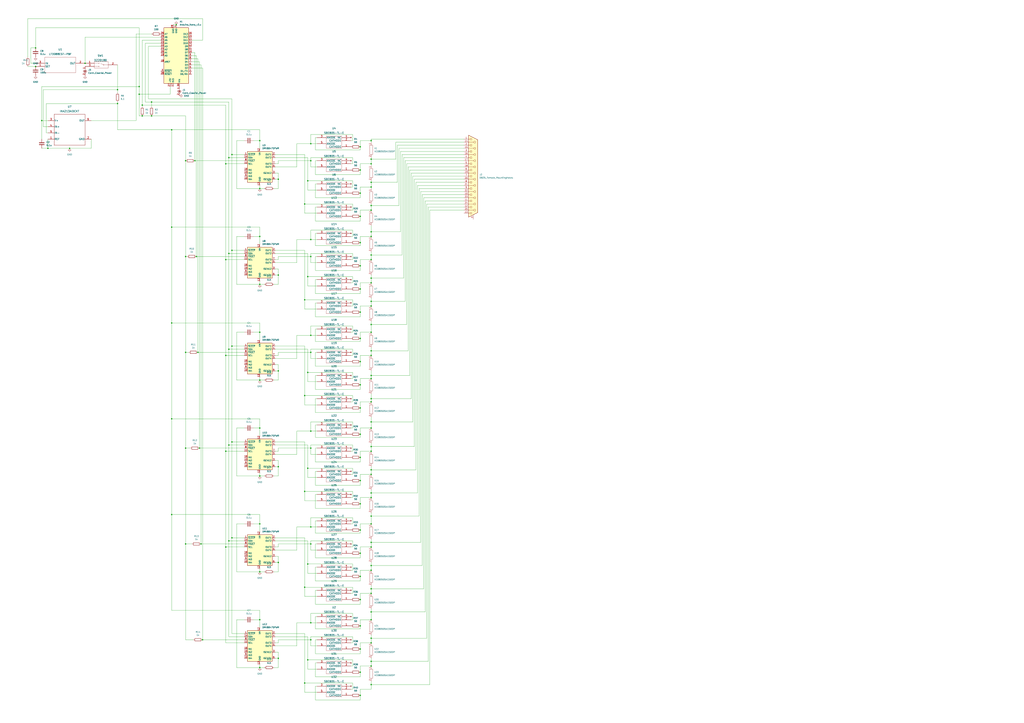
<source format=kicad_sch>
(kicad_sch (version 20211123) (generator eeschema)
  (paper "A1")
  (junction (at 304.8 351.79))
  (junction (at 252.73 384.81))
  (junction (at 304.8 543.56))
  (junction (at 190.5 363.22))
  (junction (at 304.8 232.41))
  (junction (at 96.52 85.09))
  (junction (at 304.8 386.08))
  (junction (at 228.6 462.28))
  (junction (at 304.8 430.53))
  (junction (at 185.42 370.84))
  (junction (at 140.97 186.69))
  (junction (at 304.8 292.1))
  (junction (at 304.8 330.2))
  (junction (at 252.73 227.33))
  (junction (at 304.8 405.13))
  (junction (at 163.83 368.3))
  (junction (at 304.8 524.51))
  (junction (at 213.36 194.31))
  (junction (at 213.36 391.16))
  (junction (at 152.4 368.3))
  (junction (at 255.27 289.56))
  (junction (at 255.27 118.11))
  (junction (at 295.91 335.28))
  (junction (at 116.84 95.25))
  (junction (at 185.42 213.36))
  (junction (at 29.21 39.37))
  (junction (at 304.8 528.32))
  (junction (at 255.27 210.82))
  (junction (at 57.15 121.92))
  (junction (at 295.91 533.4))
  (junction (at 304.8 190.5))
  (junction (at 190.5 441.96))
  (junction (at 295.91 514.35))
  (junction (at 295.91 454.66))
  (junction (at 228.6 383.54))
  (junction (at 304.8 149.86))
  (junction (at 295.91 473.71))
  (junction (at 228.6 226.06))
  (junction (at 295.91 237.49))
  (junction (at 295.91 571.5))
  (junction (at 304.8 251.46))
  (junction (at 304.8 209.55))
  (junction (at 304.8 194.31))
  (junction (at 295.91 414.02))
  (junction (at 295.91 435.61))
  (junction (at 165.1 447.04))
  (junction (at 228.6 304.8))
  (junction (at 144.78 20.32))
  (junction (at 252.73 463.55))
  (junction (at 228.6 541.02))
  (junction (at 255.27 433.07))
  (junction (at 116.84 86.36))
  (junction (at 213.36 548.64))
  (junction (at 213.36 233.68))
  (junction (at 187.96 129.54))
  (junction (at 255.27 525.78))
  (junction (at 39.37 121.92))
  (junction (at 166.37 525.78))
  (junction (at 140.97 422.91))
  (junction (at 252.73 542.29))
  (junction (at 304.8 408.94))
  (junction (at 304.8 247.65))
  (junction (at 96.52 73.66))
  (junction (at 250.19 403.86))
  (junction (at 250.19 561.34))
  (junction (at 255.27 511.81))
  (junction (at 304.8 288.29))
  (junction (at 304.8 389.89))
  (junction (at 255.27 275.59))
  (junction (at 252.73 306.07))
  (junction (at 190.5 205.74))
  (junction (at 304.8 308.61))
  (junction (at 213.36 430.53))
  (junction (at 160.02 132.08))
  (junction (at 295.91 278.13))
  (junction (at 187.96 444.5))
  (junction (at 295.91 316.23))
  (junction (at 304.8 266.7))
  (junction (at 295.91 139.7))
  (junction (at 295.91 177.8))
  (junction (at 255.27 368.3))
  (junction (at 187.96 365.76))
  (junction (at 304.8 562.61))
  (junction (at 250.19 482.6))
  (junction (at 304.8 134.62))
  (junction (at 304.8 327.66))
  (junction (at 250.19 167.64))
  (junction (at 304.8 468.63))
  (junction (at 185.42 292.1))
  (junction (at 295.91 256.54))
  (junction (at 304.8 130.81))
  (junction (at 304.8 273.05))
  (junction (at 124.46 95.25))
  (junction (at 69.85 52.07))
  (junction (at 295.91 356.87))
  (junction (at 304.8 213.36))
  (junction (at 162.56 289.56))
  (junction (at 255.27 354.33))
  (junction (at 114.3 77.47))
  (junction (at 304.8 172.72))
  (junction (at 213.36 469.9))
  (junction (at 250.19 325.12))
  (junction (at 213.36 312.42))
  (junction (at 250.19 246.38))
  (junction (at 140.97 106.68))
  (junction (at 304.8 487.68))
  (junction (at 34.29 99.06))
  (junction (at 190.5 284.48))
  (junction (at 140.97 344.17))
  (junction (at 190.5 127))
  (junction (at 295.91 120.65))
  (junction (at 124.46 83.82))
  (junction (at 213.36 351.79))
  (junction (at 295.91 199.39))
  (junction (at 29.21 54.61))
  (junction (at 304.8 445.77))
  (junction (at 304.8 115.57))
  (junction (at 114.3 71.12))
  (junction (at 304.8 509.27))
  (junction (at 304.8 424.18))
  (junction (at 304.8 483.87))
  (junction (at 213.36 273.05))
  (junction (at 228.6 147.32))
  (junction (at 304.8 346.71))
  (junction (at 213.36 115.57))
  (junction (at 304.8 228.6))
  (junction (at 295.91 552.45))
  (junction (at 255.27 196.85))
  (junction (at 304.8 311.15))
  (junction (at 213.36 154.94))
  (junction (at 304.8 449.58))
  (junction (at 304.8 502.92))
  (junction (at 295.91 375.92))
  (junction (at 304.8 547.37))
  (junction (at 304.8 153.67))
  (junction (at 152.4 289.56))
  (junction (at 255.27 132.08))
  (junction (at 161.29 210.82))
  (junction (at 140.97 265.43))
  (junction (at 152.4 132.08))
  (junction (at 152.4 447.04))
  (junction (at 304.8 168.91))
  (junction (at 295.91 158.75))
  (junction (at 185.42 449.58))
  (junction (at 295.91 492.76))
  (junction (at 255.27 447.04))
  (junction (at 213.36 509.27))
  (junction (at 252.73 148.59))
  (junction (at 187.96 287.02))
  (junction (at 187.96 208.28))
  (junction (at 185.42 134.62))
  (junction (at 304.8 370.84))
  (junction (at 295.91 297.18))
  (junction (at 152.4 210.82))
  (junction (at 295.91 218.44))
  (junction (at 295.91 394.97))
  (junction (at 304.8 367.03))
  (junction (at 304.8 464.82))
  (wire (pts (xy 243.84 118.11) (xy 243.84 137.16)))
  (wire (pts (xy 252.73 313.69) (xy 260.35 313.69)))
  (wire (pts (xy 190.5 127) (xy 200.66 127)))
  (wire (pts (xy 243.84 354.33) (xy 243.84 373.38)))
  (wire (pts (xy 289.56 425.45) (xy 255.27 425.45)))
  (wire (pts (xy 158.75 525.78) (xy 152.4 525.78)))
  (wire (pts (xy 190.5 441.96) (xy 200.66 441.96)))
  (wire (pts (xy 259.08 210.82) (xy 259.08 222.25)))
  (wire (pts (xy 190.5 205.74) (xy 190.5 284.48)))
  (wire (pts (xy 255.27 132.08) (xy 255.27 137.16)))
  (wire (pts (xy 255.27 365.76) (xy 255.27 368.3)))
  (wire (pts (xy 259.08 222.25) (xy 295.91 222.25)))
  (wire (pts (xy 160.02 43.18) (xy 160.02 132.08)))
  (wire (pts (xy 289.56 389.89) (xy 289.56 384.81)))
  (wire (pts (xy 289.56 468.63) (xy 289.56 463.55)))
  (wire (pts (xy 289.56 384.81) (xy 252.73 384.81)))
  (wire (pts (xy 190.5 284.48) (xy 200.66 284.48)))
  (wire (pts (xy 255.27 196.85) (xy 243.84 196.85)))
  (wire (pts (xy 304.8 207.01) (xy 304.8 209.55)))
  (wire (pts (xy 185.42 528.32) (xy 200.66 528.32)))
  (wire (pts (xy 255.27 132.08) (xy 255.27 129.54)))
  (wire (pts (xy 327.66 121.92) (xy 381 121.92)))
  (wire (pts (xy 259.08 123.19) (xy 295.91 123.19)))
  (wire (pts (xy 260.35 289.56) (xy 259.08 289.56)))
  (wire (pts (xy 226.06 304.8) (xy 228.6 304.8)))
  (wire (pts (xy 213.36 467.36) (xy 213.36 469.9)))
  (wire (pts (xy 295.91 143.51) (xy 295.91 139.7)))
  (wire (pts (xy 289.56 408.94) (xy 289.56 403.86)))
  (wire (pts (xy 255.27 289.56) (xy 228.6 289.56)))
  (wire (pts (xy 255.27 425.45) (xy 255.27 433.07)))
  (wire (pts (xy 295.91 280.67) (xy 295.91 278.13)))
  (wire (pts (xy 304.8 327.66) (xy 304.8 330.2)))
  (wire (pts (xy 259.08 359.41) (xy 295.91 359.41)))
  (wire (pts (xy 114.3 77.47) (xy 114.3 71.12)))
  (wire (pts (xy 255.27 275.59) (xy 243.84 275.59)))
  (wire (pts (xy 346.71 464.82) (xy 304.8 464.82)))
  (wire (pts (xy 252.73 129.54) (xy 252.73 148.59)))
  (wire (pts (xy 213.36 231.14) (xy 213.36 233.68)))
  (wire (pts (xy 326.39 119.38) (xy 381 119.38)))
  (wire (pts (xy 304.8 308.61) (xy 304.8 311.15)))
  (wire (pts (xy 114.3 22.86) (xy 29.21 22.86)))
  (wire (pts (xy 213.36 548.64) (xy 217.17 548.64)))
  (wire (pts (xy 139.7 77.47) (xy 114.3 77.47)))
  (wire (pts (xy 185.42 86.36) (xy 185.42 134.62)))
  (wire (pts (xy 259.08 398.78) (xy 295.91 398.78)))
  (wire (pts (xy 259.08 300.99) (xy 295.91 300.99)))
  (wire (pts (xy 185.42 292.1) (xy 185.42 370.84)))
  (wire (pts (xy 344.17 424.18) (xy 304.8 424.18)))
  (wire (pts (xy 304.8 524.51) (xy 350.52 524.51)))
  (wire (pts (xy 288.29 566.42) (xy 289.56 566.42)))
  (wire (pts (xy 213.36 121.92) (xy 213.36 115.57)))
  (wire (pts (xy 194.31 154.94) (xy 213.36 154.94)))
  (wire (pts (xy 187.96 287.02) (xy 187.96 365.76)))
  (wire (pts (xy 331.47 129.54) (xy 381 129.54)))
  (wire (pts (xy 243.84 137.16) (xy 226.06 137.16)))
  (wire (pts (xy 250.19 167.64) (xy 289.56 167.64)))
  (wire (pts (xy 208.28 509.27) (xy 213.36 509.27)))
  (wire (pts (xy 295.91 232.41) (xy 295.91 237.49)))
  (wire (pts (xy 351.79 170.18) (xy 351.79 543.56)))
  (wire (pts (xy 295.91 449.58) (xy 304.8 449.58)))
  (wire (pts (xy 124.46 27.94) (xy 111.76 27.94)))
  (wire (pts (xy 304.8 130.81) (xy 304.8 134.62)))
  (wire (pts (xy 304.8 228.6) (xy 304.8 232.41)))
  (wire (pts (xy 295.91 316.23) (xy 295.91 320.04)))
  (wire (pts (xy 259.08 181.61) (xy 295.91 181.61)))
  (wire (pts (xy 160.02 132.08) (xy 200.66 132.08)))
  (wire (pts (xy 289.56 194.31) (xy 289.56 189.23)))
  (wire (pts (xy 336.55 308.61) (xy 336.55 139.7)))
  (wire (pts (xy 213.36 501.65) (xy 213.36 509.27)))
  (wire (pts (xy 295.91 292.1) (xy 304.8 292.1)))
  (wire (pts (xy 304.8 148.59) (xy 304.8 149.86)))
  (wire (pts (xy 185.42 134.62) (xy 185.42 213.36)))
  (wire (pts (xy 140.97 501.65) (xy 213.36 501.65)))
  (wire (pts (xy 255.27 452.12) (xy 260.35 452.12)))
  (wire (pts (xy 157.48 48.26) (xy 162.56 48.26)))
  (wire (pts (xy 228.6 142.24) (xy 228.6 147.32)))
  (wire (pts (xy 140.97 344.17) (xy 140.97 422.91)))
  (wire (pts (xy 259.08 406.4) (xy 259.08 417.83)))
  (wire (pts (xy 295.91 359.41) (xy 295.91 356.87)))
  (wire (pts (xy 194.31 430.53) (xy 194.31 469.9)))
  (wire (pts (xy 259.08 537.21) (xy 295.91 537.21)))
  (wire (pts (xy 250.19 332.74) (xy 260.35 332.74)))
  (wire (pts (xy 259.08 151.13) (xy 259.08 162.56)))
  (wire (pts (xy 288.29 153.67) (xy 289.56 153.67)))
  (wire (pts (xy 226.06 142.24) (xy 228.6 142.24)))
  (wire (pts (xy 259.08 556.26) (xy 295.91 556.26)))
  (wire (pts (xy 255.27 196.85) (xy 260.35 196.85)))
  (wire (pts (xy 252.73 384.81) (xy 252.73 392.43)))
  (wire (pts (xy 162.56 48.26) (xy 162.56 289.56)))
  (wire (pts (xy 252.73 208.28) (xy 252.73 227.33)))
  (wire (pts (xy 289.56 463.55) (xy 252.73 463.55)))
  (wire (pts (xy 304.8 264.16) (xy 304.8 266.7)))
  (wire (pts (xy 304.8 405.13) (xy 304.8 408.94)))
  (wire (pts (xy 259.08 516.89) (xy 295.91 516.89)))
  (wire (pts (xy 228.6 535.94) (xy 228.6 541.02)))
  (wire (pts (xy 295.91 547.37) (xy 295.91 552.45)))
  (wire (pts (xy 255.27 132.08) (xy 228.6 132.08)))
  (wire (pts (xy 187.96 444.5) (xy 200.66 444.5)))
  (wire (pts (xy 295.91 458.47) (xy 295.91 454.66)))
  (wire (pts (xy 288.29 251.46) (xy 289.56 251.46)))
  (wire (pts (xy 349.25 165.1) (xy 381 165.1)))
  (wire (pts (xy 304.8 185.42) (xy 304.8 190.5)))
  (wire (pts (xy 295.91 330.2) (xy 304.8 330.2)))
  (wire (pts (xy 35.56 73.66) (xy 35.56 104.14)))
  (wire (pts (xy 259.08 229.87) (xy 259.08 241.3)))
  (wire (pts (xy 259.08 458.47) (xy 295.91 458.47)))
  (wire (pts (xy 295.91 408.94) (xy 304.8 408.94)))
  (wire (pts (xy 336.55 139.7) (xy 381 139.7)))
  (wire (pts (xy 200.66 351.79) (xy 194.31 351.79)))
  (wire (pts (xy 259.08 506.73) (xy 259.08 516.89)))
  (wire (pts (xy 157.48 55.88) (xy 166.37 55.88)))
  (wire (pts (xy 255.27 118.11) (xy 260.35 118.11)))
  (wire (pts (xy 335.28 288.29) (xy 304.8 288.29)))
  (wire (pts (xy 295.91 528.32) (xy 295.91 533.4)))
  (wire (pts (xy 29.21 39.37) (xy 25.4 39.37)))
  (wire (pts (xy 295.91 449.58) (xy 295.91 454.66)))
  (wire (pts (xy 228.6 299.72) (xy 228.6 304.8)))
  (wire (pts (xy 295.91 379.73) (xy 295.91 375.92)))
  (wire (pts (xy 213.36 309.88) (xy 213.36 312.42)))
  (wire (pts (xy 213.36 233.68) (xy 217.17 233.68)))
  (wire (pts (xy 185.42 449.58) (xy 185.42 528.32)))
  (wire (pts (xy 260.35 427.99) (xy 259.08 427.99)))
  (wire (pts (xy 140.97 106.68) (xy 140.97 186.69)))
  (wire (pts (xy 252.73 306.07) (xy 252.73 313.69)))
  (wire (pts (xy 339.09 346.71) (xy 304.8 346.71)))
  (wire (pts (xy 255.27 373.38) (xy 260.35 373.38)))
  (wire (pts (xy 185.42 370.84) (xy 185.42 449.58)))
  (wire (pts (xy 304.8 245.11) (xy 304.8 247.65)))
  (wire (pts (xy 226.06 378.46) (xy 228.6 378.46)))
  (wire (pts (xy 260.35 485.14) (xy 259.08 485.14)))
  (wire (pts (xy 226.06 457.2) (xy 228.6 457.2)))
  (wire (pts (xy 326.39 149.86) (xy 304.8 149.86)))
  (wire (pts (xy 38.1 85.09) (xy 96.52 85.09)))
  (wire (pts (xy 259.08 280.67) (xy 295.91 280.67)))
  (wire (pts (xy 200.66 430.53) (xy 194.31 430.53)))
  (wire (pts (xy 194.31 194.31) (xy 194.31 233.68)))
  (wire (pts (xy 289.56 172.72) (xy 289.56 167.64)))
  (wire (pts (xy 119.38 83.82) (xy 124.46 83.82)))
  (wire (pts (xy 154.94 289.56) (xy 152.4 289.56)))
  (wire (pts (xy 304.8 367.03) (xy 304.8 370.84)))
  (wire (pts (xy 226.06 294.64) (xy 243.84 294.64)))
  (wire (pts (xy 295.91 408.94) (xy 295.91 414.02)))
  (wire (pts (xy 250.19 284.48) (xy 226.06 284.48)))
  (wire (pts (xy 295.91 222.25) (xy 295.91 218.44)))
  (wire (pts (xy 288.29 487.68) (xy 289.56 487.68)))
  (wire (pts (xy 228.6 525.78) (xy 228.6 528.32)))
  (wire (pts (xy 116.84 95.25) (xy 124.46 95.25)))
  (wire (pts (xy 250.19 127) (xy 226.06 127)))
  (wire (pts (xy 289.56 346.71) (xy 255.27 346.71)))
  (wire (pts (xy 116.84 86.36) (xy 116.84 87.63)))
  (wire (pts (xy 255.27 215.9) (xy 260.35 215.9)))
  (wire (pts (xy 200.66 273.05) (xy 194.31 273.05)))
  (wire (pts (xy 213.36 436.88) (xy 213.36 430.53)))
  (wire (pts (xy 228.6 304.8) (xy 228.6 312.42)))
  (wire (pts (xy 243.84 196.85) (xy 243.84 215.9)))
  (wire (pts (xy 295.91 123.19) (xy 295.91 120.65)))
  (wire (pts (xy 213.36 422.91) (xy 213.36 430.53)))
  (wire (pts (xy 260.35 406.4) (xy 259.08 406.4)))
  (wire (pts (xy 255.27 444.5) (xy 255.27 447.04)))
  (wire (pts (xy 255.27 523.24) (xy 255.27 525.78)))
  (wire (pts (xy 96.52 83.82) (xy 96.52 85.09)))
  (wire (pts (xy 295.91 300.99) (xy 295.91 297.18)))
  (wire (pts (xy 259.08 427.99) (xy 259.08 438.15)))
  (wire (pts (xy 190.5 127) (xy 190.5 205.74)))
  (wire (pts (xy 288.29 172.72) (xy 289.56 172.72)))
  (wire (pts (xy 295.91 311.15) (xy 304.8 311.15)))
  (wire (pts (xy 255.27 504.19) (xy 255.27 511.81)))
  (wire (pts (xy 289.56 542.29) (xy 252.73 542.29)))
  (wire (pts (xy 295.91 356.87) (xy 295.91 351.79)))
  (wire (pts (xy 295.91 153.67) (xy 304.8 153.67)))
  (wire (pts (xy 289.56 330.2) (xy 289.56 325.12)))
  (wire (pts (xy 255.27 287.02) (xy 255.27 289.56)))
  (wire (pts (xy 116.84 86.36) (xy 185.42 86.36)))
  (wire (pts (xy 157.48 43.18) (xy 160.02 43.18)))
  (wire (pts (xy 250.19 246.38) (xy 250.19 254)))
  (wire (pts (xy 259.08 438.15) (xy 295.91 438.15)))
  (wire (pts (xy 260.35 270.51) (xy 259.08 270.51)))
  (wire (pts (xy 252.73 444.5) (xy 252.73 463.55)))
  (wire (pts (xy 252.73 365.76) (xy 252.73 384.81)))
  (wire (pts (xy 194.31 312.42) (xy 213.36 312.42)))
  (wire (pts (xy 250.19 482.6) (xy 250.19 490.22)))
  (wire (pts (xy 304.8 500.38) (xy 304.8 502.92)))
  (wire (pts (xy 25.4 39.37) (xy 25.4 52.07)))
  (wire (pts (xy 381 170.18) (xy 351.79 170.18)))
  (wire (pts (xy 304.8 226.06) (xy 304.8 228.6)))
  (wire (pts (xy 295.91 330.2) (xy 295.91 335.28)))
  (wire (pts (xy 228.6 525.78) (xy 255.27 525.78)))
  (wire (pts (xy 194.31 273.05) (xy 194.31 312.42)))
  (wire (pts (xy 157.48 447.04) (xy 152.4 447.04)))
  (wire (pts (xy 22.86 46.99) (xy 22.86 15.24)))
  (wire (pts (xy 288.29 194.31) (xy 289.56 194.31)))
  (wire (pts (xy 190.5 205.74) (xy 200.66 205.74)))
  (wire (pts (xy 289.56 444.5) (xy 255.27 444.5)))
  (wire (pts (xy 327.66 168.91) (xy 327.66 121.92)))
  (wire (pts (xy 260.35 447.04) (xy 259.08 447.04)))
  (wire (pts (xy 228.6 132.08) (xy 228.6 134.62)))
  (wire (pts (xy 140.97 265.43) (xy 140.97 344.17)))
  (wire (pts (xy 330.2 209.55) (xy 330.2 127)))
  (wire (pts (xy 185.42 292.1) (xy 200.66 292.1)))
  (wire (pts (xy 213.36 200.66) (xy 213.36 194.31)))
  (wire (pts (xy 157.48 45.72) (xy 161.29 45.72)))
  (wire (pts (xy 252.73 148.59) (xy 252.73 156.21)))
  (wire (pts (xy 289.56 115.57) (xy 289.56 110.49)))
  (wire (pts (xy 140.97 186.69) (xy 140.97 265.43)))
  (wire (pts (xy 259.08 379.73) (xy 295.91 379.73)))
  (wire (pts (xy 208.28 115.57) (xy 213.36 115.57)))
  (wire (pts (xy 35.56 73.66) (xy 96.52 73.66)))
  (wire (pts (xy 228.6 220.98) (xy 228.6 226.06)))
  (wire (pts (xy 346.71 160.02) (xy 381 160.02)))
  (wire (pts (xy 289.56 129.54) (xy 255.27 129.54)))
  (wire (pts (xy 250.19 175.26) (xy 260.35 175.26)))
  (wire (pts (xy 259.08 143.51) (xy 295.91 143.51)))
  (wire (pts (xy 250.19 167.64) (xy 250.19 175.26)))
  (wire (pts (xy 260.35 563.88) (xy 259.08 563.88)))
  (wire (pts (xy 335.28 137.16) (xy 381 137.16)))
  (wire (pts (xy 288.29 311.15) (xy 289.56 311.15)))
  (wire (pts (xy 250.19 561.34) (xy 250.19 568.96)))
  (wire (pts (xy 255.27 267.97) (xy 255.27 275.59)))
  (wire (pts (xy 140.97 186.69) (xy 213.36 186.69)))
  (wire (pts (xy 259.08 308.61) (xy 259.08 320.04)))
  (wire (pts (xy 345.44 445.77) (xy 304.8 445.77)))
  (wire (pts (xy 259.08 327.66) (xy 259.08 339.09)))
  (wire (pts (xy 304.8 115.57) (xy 304.8 114.3)))
  (wire (pts (xy 304.8 167.64) (xy 304.8 168.91)))
  (wire (pts (xy 252.73 208.28) (xy 226.06 208.28)))
  (wire (pts (xy 288.29 389.89) (xy 289.56 389.89)))
  (wire (pts (xy 34.29 99.06) (xy 39.37 99.06)))
  (wire (pts (xy 341.63 386.08) (xy 304.8 386.08)))
  (wire (pts (xy 259.08 368.3) (xy 259.08 379.73)))
  (wire (pts (xy 295.91 487.68) (xy 304.8 487.68)))
  (wire (pts (xy 161.29 210.82) (xy 200.66 210.82)))
  (wire (pts (xy 304.8 521.97) (xy 304.8 524.51)))
  (wire (pts (xy 255.27 289.56) (xy 255.27 294.64)))
  (wire (pts (xy 250.19 246.38) (xy 289.56 246.38)))
  (wire (pts (xy 295.91 566.42) (xy 295.91 571.5)))
  (wire (pts (xy 208.28 194.31) (xy 213.36 194.31)))
  (wire (pts (xy 295.91 232.41) (xy 304.8 232.41)))
  (wire (pts (xy 213.36 358.14) (xy 213.36 351.79)))
  (wire (pts (xy 200.66 194.31) (xy 194.31 194.31)))
  (wire (pts (xy 252.73 392.43) (xy 260.35 392.43)))
  (wire (pts (xy 255.27 354.33) (xy 243.84 354.33)))
  (wire (pts (xy 260.35 210.82) (xy 259.08 210.82)))
  (wire (pts (xy 295.91 213.36) (xy 304.8 213.36)))
  (wire (pts (xy 194.31 509.27) (xy 194.31 548.64)))
  (wire (pts (xy 228.6 447.04) (xy 228.6 449.58)))
  (wire (pts (xy 259.08 544.83) (xy 259.08 556.26)))
  (wire (pts (xy 124.46 87.63) (xy 124.46 83.82)))
  (wire (pts (xy 295.91 394.97) (xy 295.91 398.78)))
  (wire (pts (xy 250.19 403.86) (xy 250.19 411.48)))
  (wire (pts (xy 259.08 525.78) (xy 259.08 537.21)))
  (wire (pts (xy 295.91 509.27) (xy 304.8 509.27)))
  (wire (pts (xy 339.09 346.71) (xy 339.09 144.78)))
  (wire (pts (xy 38.1 109.22) (xy 38.1 85.09)))
  (wire (pts (xy 228.6 134.62) (xy 226.06 134.62)))
  (wire (pts (xy 250.19 205.74) (xy 250.19 246.38)))
  (wire (pts (xy 288.29 351.79) (xy 289.56 351.79)))
  (wire (pts (xy 111.76 99.06) (xy 74.93 99.06)))
  (wire (pts (xy 295.91 435.61) (xy 295.91 430.53)))
  (wire (pts (xy 289.56 523.24) (xy 255.27 523.24)))
  (wire (pts (xy 259.08 447.04) (xy 259.08 458.47)))
  (wire (pts (xy 152.4 368.3) (xy 156.21 368.3)))
  (wire (pts (xy 255.27 368.3) (xy 228.6 368.3)))
  (wire (pts (xy 166.37 33.02) (xy 157.48 33.02)))
  (wire (pts (xy 295.91 547.37) (xy 304.8 547.37)))
  (wire (pts (xy 304.8 543.56) (xy 304.8 547.37)))
  (wire (pts (xy 255.27 208.28) (xy 255.27 210.82)))
  (wire (pts (xy 288.29 232.41) (xy 289.56 232.41)))
  (wire (pts (xy 228.6 528.32) (xy 226.06 528.32)))
  (wire (pts (xy 336.55 308.61) (xy 304.8 308.61)))
  (wire (pts (xy 304.8 134.62) (xy 304.8 135.89)))
  (wire (pts (xy 330.2 209.55) (xy 304.8 209.55)))
  (wire (pts (xy 295.91 351.79) (xy 304.8 351.79)))
  (wire (pts (xy 295.91 537.21) (xy 295.91 533.4)))
  (wire (pts (xy 304.8 541.02) (xy 304.8 543.56)))
  (wire (pts (xy 29.21 22.86) (xy 29.21 39.37)))
  (wire (pts (xy 295.91 278.13) (xy 295.91 273.05)))
  (wire (pts (xy 289.56 487.68) (xy 289.56 482.6)))
  (wire (pts (xy 57.15 121.92) (xy 39.37 121.92)))
  (wire (pts (xy 295.91 172.72) (xy 295.91 177.8)))
  (wire (pts (xy 226.06 129.54) (xy 252.73 129.54)))
  (wire (pts (xy 96.52 53.34) (xy 96.52 73.66)))
  (wire (pts (xy 304.8 168.91) (xy 304.8 172.72)))
  (wire (pts (xy 259.08 320.04) (xy 295.91 320.04)))
  (wire (pts (xy 289.56 430.53) (xy 289.56 425.45)))
  (wire (pts (xy 255.27 525.78) (xy 255.27 530.86)))
  (wire (pts (xy 288.29 134.62) (xy 289.56 134.62)))
  (wire (pts (xy 187.96 129.54) (xy 187.96 208.28)))
  (wire (pts (xy 255.27 275.59) (xy 260.35 275.59)))
  (wire (pts (xy 152.4 132.08) (xy 152.4 210.82)))
  (wire (pts (xy 228.6 378.46) (xy 228.6 383.54)))
  (wire (pts (xy 252.73 523.24) (xy 252.73 542.29)))
  (wire (pts (xy 228.6 210.82) (xy 228.6 213.36)))
  (wire (pts (xy 228.6 457.2) (xy 228.6 462.28)))
  (wire (pts (xy 334.01 266.7) (xy 334.01 134.62)))
  (wire (pts (xy 165.1 447.04) (xy 200.66 447.04)))
  (wire (pts (xy 226.06 220.98) (xy 228.6 220.98)))
  (wire (pts (xy 289.56 306.07) (xy 252.73 306.07)))
  (wire (pts (xy 342.9 405.13) (xy 304.8 405.13)))
  (wire (pts (xy 260.35 113.03) (xy 259.08 113.03)))
  (wire (pts (xy 114.3 71.12) (xy 114.3 22.86)))
  (wire (pts (xy 255.27 433.07) (xy 260.35 433.07)))
  (wire (pts (xy 288.29 370.84) (xy 289.56 370.84)))
  (wire (pts (xy 226.06 462.28) (xy 228.6 462.28)))
  (wire (pts (xy 260.35 229.87) (xy 259.08 229.87)))
  (wire (pts (xy 334.01 266.7) (xy 304.8 266.7)))
  (wire (pts (xy 288.29 509.27) (xy 289.56 509.27)))
  (wire (pts (xy 250.19 520.7) (xy 250.19 561.34)))
  (wire (pts (xy 152.4 289.56) (xy 152.4 210.82)))
  (wire (pts (xy 260.35 170.18) (xy 259.08 170.18)))
  (wire (pts (xy 259.08 417.83) (xy 295.91 417.83)))
  (wire (pts (xy 34.29 71.12) (xy 34.29 99.06)))
  (wire (pts (xy 140.97 344.17) (xy 213.36 344.17)))
  (wire (pts (xy 208.28 351.79) (xy 213.36 351.79)))
  (wire (pts (xy 295.91 199.39) (xy 295.91 194.31)))
  (wire (pts (xy 224.79 391.16) (xy 228.6 391.16)))
  (wire (pts (xy 289.56 213.36) (xy 289.56 208.28)))
  (wire (pts (xy 228.6 368.3) (xy 228.6 370.84)))
  (wire (pts (xy 289.56 208.28) (xy 255.27 208.28)))
  (wire (pts (xy 304.8 562.61) (xy 304.8 566.42)))
  (wire (pts (xy 255.27 110.49) (xy 255.27 118.11)))
  (wire (pts (xy 213.36 186.69) (xy 213.36 194.31)))
  (wire (pts (xy 289.56 148.59) (xy 252.73 148.59)))
  (wire (pts (xy 252.73 523.24) (xy 226.06 523.24)))
  (wire (pts (xy 25.4 52.07) (xy 29.21 52.07)))
  (wire (pts (xy 250.19 403.86) (xy 289.56 403.86)))
  (wire (pts (xy 295.91 134.62) (xy 304.8 134.62)))
  (wire (pts (xy 200.66 115.57) (xy 194.31 115.57)))
  (wire (pts (xy 252.73 542.29) (xy 252.73 549.91)))
  (wire (pts (xy 289.56 504.19) (xy 255.27 504.19)))
  (wire (pts (xy 187.96 83.82) (xy 187.96 129.54)))
  (wire (pts (xy 295.91 552.45) (xy 295.91 556.26)))
  (wire (pts (xy 250.19 490.22) (xy 260.35 490.22)))
  (wire (pts (xy 260.35 387.35) (xy 259.08 387.35)))
  (wire (pts (xy 289.56 110.49) (xy 255.27 110.49)))
  (wire (pts (xy 190.5 441.96) (xy 190.5 520.7)))
  (wire (pts (xy 304.8 481.33) (xy 304.8 483.87)))
  (wire (pts (xy 213.36 265.43) (xy 213.36 273.05)))
  (wire (pts (xy 140.97 265.43) (xy 213.36 265.43)))
  (wire (pts (xy 213.36 344.17) (xy 213.36 351.79)))
  (wire (pts (xy 289.56 267.97) (xy 255.27 267.97)))
  (wire (pts (xy 304.8 346.71) (xy 304.8 351.79)))
  (wire (pts (xy 325.12 130.81) (xy 325.12 116.84)))
  (wire (pts (xy 260.35 466.09) (xy 259.08 466.09)))
  (wire (pts (xy 140.97 422.91) (xy 213.36 422.91)))
  (wire (pts (xy 252.73 227.33) (xy 252.73 234.95)))
  (wire (pts (xy 350.52 167.64) (xy 381 167.64)))
  (wire (pts (xy 295.91 194.31) (xy 304.8 194.31)))
  (wire (pts (xy 163.83 50.8) (xy 163.83 368.3)))
  (wire (pts (xy 250.19 127) (xy 250.19 167.64)))
  (wire (pts (xy 228.6 226.06) (xy 228.6 233.68)))
  (wire (pts (xy 346.71 464.82) (xy 346.71 160.02)))
  (wire (pts (xy 34.29 121.92) (xy 39.37 121.92)))
  (wire (pts (xy 304.8 153.67) (xy 304.8 154.94)))
  (wire (pts (xy 124.46 83.82) (xy 187.96 83.82)))
  (wire (pts (xy 166.37 55.88) (xy 166.37 525.78)))
  (wire (pts (xy 259.08 113.03) (xy 259.08 123.19)))
  (wire (pts (xy 288.29 273.05) (xy 289.56 273.05)))
  (wire (pts (xy 213.36 546.1) (xy 213.36 548.64)))
  (wire (pts (xy 288.29 330.2) (xy 289.56 330.2)))
  (wire (pts (xy 289.56 153.67) (xy 289.56 148.59)))
  (wire (pts (xy 259.08 260.35) (xy 295.91 260.35)))
  (wire (pts (xy 288.29 430.53) (xy 289.56 430.53)))
  (wire (pts (xy 142.24 20.32) (xy 144.78 20.32)))
  (wire (pts (xy 289.56 504.19) (xy 289.56 509.27)))
  (wire (pts (xy 328.93 190.5) (xy 328.93 124.46)))
  (wire (pts (xy 250.19 363.22) (xy 250.19 403.86)))
  (wire (pts (xy 295.91 273.05) (xy 304.8 273.05)))
  (wire (pts (xy 331.47 228.6) (xy 331.47 129.54)))
  (wire (pts (xy 259.08 170.18) (xy 259.08 181.61)))
  (wire (pts (xy 140.97 106.68) (xy 213.36 106.68)))
  (wire (pts (xy 259.08 241.3) (xy 295.91 241.3)))
  (wire (pts (xy 304.8 209.55) (xy 304.8 213.36)))
  (wire (pts (xy 349.25 502.92) (xy 304.8 502.92)))
  (wire (pts (xy 255.27 354.33) (xy 260.35 354.33)))
  (wire (pts (xy 226.06 147.32) (xy 228.6 147.32)))
  (wire (pts (xy 289.56 311.15) (xy 289.56 306.07)))
  (wire (pts (xy 185.42 370.84) (xy 200.66 370.84)))
  (wire (pts (xy 295.91 311.15) (xy 295.91 316.23)))
  (wire (pts (xy 304.8 424.18) (xy 304.8 430.53)))
  (wire (pts (xy 331.47 228.6) (xy 304.8 228.6)))
  (wire (pts (xy 259.08 349.25) (xy 259.08 359.41)))
  (wire (pts (xy 259.08 132.08) (xy 259.08 143.51)))
  (wire (pts (xy 228.6 213.36) (xy 226.06 213.36)))
  (wire (pts (xy 116.84 33.02) (xy 132.08 33.02)))
  (wire (pts (xy 342.9 405.13) (xy 342.9 152.4)))
  (wire (pts (xy 152.4 289.56) (xy 152.4 368.3)))
  (wire (pts (xy 304.8 386.08) (xy 304.8 389.89)))
  (wire (pts (xy 260.35 368.3) (xy 259.08 368.3)))
  (wire (pts (xy 255.27 210.82) (xy 255.27 215.9)))
  (wire (pts (xy 35.56 104.14) (xy 39.37 104.14)))
  (wire (pts (xy 259.08 191.77) (xy 259.08 201.93)))
  (wire (pts (xy 194.31 469.9) (xy 213.36 469.9)))
  (wire (pts (xy 208.28 430.53) (xy 213.36 430.53)))
  (wire (pts (xy 166.37 525.78) (xy 200.66 525.78)))
  (wire (pts (xy 295.91 153.67) (xy 295.91 158.75)))
  (wire (pts (xy 39.37 121.92) (xy 39.37 114.3)))
  (wire (pts (xy 288.29 449.58) (xy 289.56 449.58)))
  (wire (pts (xy 340.36 147.32) (xy 381 147.32)))
  (wire (pts (xy 22.86 15.24) (xy 166.37 15.24)))
  (wire (pts (xy 295.91 566.42) (xy 304.8 566.42)))
  (wire (pts (xy 243.84 511.81) (xy 243.84 530.86)))
  (wire (pts (xy 289.56 273.05) (xy 289.56 267.97)))
  (wire (pts (xy 226.06 541.02) (xy 228.6 541.02)))
  (wire (pts (xy 190.5 81.28) (xy 190.5 127)))
  (wire (pts (xy 259.08 289.56) (xy 259.08 300.99)))
  (wire (pts (xy 289.56 251.46) (xy 289.56 246.38)))
  (wire (pts (xy 224.79 469.9) (xy 228.6 469.9)))
  (wire (pts (xy 250.19 284.48) (xy 250.19 325.12)))
  (wire (pts (xy 96.52 85.09) (xy 96.52 106.68)))
  (wire (pts (xy 228.6 383.54) (xy 228.6 391.16)))
  (wire (pts (xy 344.17 424.18) (xy 344.17 154.94)))
  (wire (pts (xy 121.92 38.1) (xy 121.92 81.28)))
  (wire (pts (xy 259.08 201.93) (xy 295.91 201.93)))
  (wire (pts (xy 224.79 312.42) (xy 228.6 312.42)))
  (wire (pts (xy 344.17 154.94) (xy 381 154.94)))
  (wire (pts (xy 295.91 251.46) (xy 304.8 251.46)))
  (wire (pts (xy 152.4 95.25) (xy 152.4 132.08)))
  (wire (pts (xy 259.08 248.92) (xy 259.08 260.35)))
  (wire (pts (xy 213.36 279.4) (xy 213.36 273.05)))
  (wire (pts (xy 260.35 349.25) (xy 259.08 349.25)))
  (wire (pts (xy 255.27 511.81) (xy 243.84 511.81)))
  (wire (pts (xy 194.31 351.79) (xy 194.31 391.16)))
  (wire (pts (xy 289.56 292.1) (xy 289.56 287.02)))
  (wire (pts (xy 295.91 370.84) (xy 295.91 375.92)))
  (wire (pts (xy 96.52 73.66) (xy 96.52 76.2)))
  (wire (pts (xy 304.8 383.54) (xy 304.8 386.08)))
  (wire (pts (xy 295.91 134.62) (xy 295.91 139.7)))
  (wire (pts (xy 295.91 370.84) (xy 304.8 370.84)))
  (wire (pts (xy 139.7 71.12) (xy 139.7 77.47)))
  (wire (pts (xy 295.91 115.57) (xy 295.91 120.65)))
  (wire (pts (xy 288.29 213.36) (xy 289.56 213.36)))
  (wire (pts (xy 295.91 571.5) (xy 295.91 575.31)))
  (wire (pts (xy 213.36 391.16) (xy 217.17 391.16)))
  (wire (pts (xy 74.93 121.92) (xy 57.15 121.92)))
  (wire (pts (xy 228.6 289.56) (xy 228.6 292.1)))
  (wire (pts (xy 250.19 205.74) (xy 226.06 205.74)))
  (wire (pts (xy 332.74 247.65) (xy 304.8 247.65)))
  (wire (pts (xy 157.48 50.8) (xy 163.83 50.8)))
  (wire (pts (xy 304.8 304.8) (xy 304.8 308.61)))
  (wire (pts (xy 111.76 27.94) (xy 111.76 99.06)))
  (wire (pts (xy 304.8 445.77) (xy 304.8 449.58)))
  (wire (pts (xy 208.28 273.05) (xy 213.36 273.05)))
  (wire (pts (xy 252.73 549.91) (xy 260.35 549.91)))
  (wire (pts (xy 255.27 118.11) (xy 243.84 118.11)))
  (wire (pts (xy 228.6 370.84) (xy 226.06 370.84)))
  (wire (pts (xy 255.27 294.64) (xy 260.35 294.64)))
  (wire (pts (xy 187.96 208.28) (xy 200.66 208.28)))
  (wire (pts (xy 250.19 482.6) (xy 289.56 482.6)))
  (wire (pts (xy 295.91 158.75) (xy 295.91 162.56)))
  (wire (pts (xy 304.8 543.56) (xy 351.79 543.56)))
  (wire (pts (xy 295.91 516.89) (xy 295.91 514.35)))
  (wire (pts (xy 334.01 134.62) (xy 381 134.62)))
  (wire (pts (xy 124.46 95.25) (xy 152.4 95.25)))
  (wire (pts (xy 255.27 530.86) (xy 260.35 530.86)))
  (wire (pts (xy 121.92 81.28) (xy 190.5 81.28)))
  (wire (pts (xy 345.44 157.48) (xy 381 157.48)))
  (wire (pts (xy 119.38 35.56) (xy 132.08 35.56)))
  (wire (pts (xy 96.52 106.68) (xy 140.97 106.68)))
  (wire (pts (xy 289.56 189.23) (xy 255.27 189.23)))
  (wire (pts (xy 187.96 129.54) (xy 200.66 129.54)))
  (wire (pts (xy 213.36 154.94) (xy 217.17 154.94)))
  (wire (pts (xy 190.5 363.22) (xy 200.66 363.22)))
  (wire (pts (xy 250.19 254) (xy 260.35 254)))
  (wire (pts (xy 304.8 483.87) (xy 304.8 487.68)))
  (wire (pts (xy 259.08 563.88) (xy 259.08 575.31)))
  (wire (pts (xy 335.28 288.29) (xy 335.28 137.16)))
  (wire (pts (xy 260.35 191.77) (xy 259.08 191.77)))
  (wire (pts (xy 260.35 544.83) (xy 259.08 544.83)))
  (wire (pts (xy 260.35 308.61) (xy 259.08 308.61)))
  (wire (pts (xy 341.63 149.86) (xy 381 149.86)))
  (wire (pts (xy 255.27 511.81) (xy 260.35 511.81)))
  (wire (pts (xy 328.93 124.46) (xy 381 124.46)))
  (wire (pts (xy 243.84 373.38) (xy 226.06 373.38)))
  (wire (pts (xy 304.8 129.54) (xy 304.8 130.81)))
  (wire (pts (xy 185.42 449.58) (xy 200.66 449.58)))
  (wire (pts (xy 340.36 367.03) (xy 304.8 367.03)))
  (wire (pts (xy 187.96 365.76) (xy 200.66 365.76)))
  (wire (pts (xy 255.27 210.82) (xy 228.6 210.82)))
  (wire (pts (xy 190.5 363.22) (xy 190.5 441.96)))
  (wire (pts (xy 69.85 30.48) (xy 69.85 52.07)))
  (wire (pts (xy 295.91 389.89) (xy 295.91 394.97)))
  (wire (pts (xy 342.9 152.4) (xy 381 152.4)))
  (wire (pts (xy 163.83 368.3) (xy 200.66 368.3)))
  (wire (pts (xy 255.27 368.3) (xy 255.27 373.38)))
  (wire (pts (xy 328.93 190.5) (xy 304.8 190.5)))
  (wire (pts (xy 304.8 114.3) (xy 381 114.3)))
  (wire (pts (xy 289.56 547.37) (xy 289.56 542.29)))
  (wire (pts (xy 226.06 299.72) (xy 228.6 299.72)))
  (wire (pts (xy 259.08 466.09) (xy 259.08 477.52)))
  (wire (pts (xy 289.56 351.79) (xy 289.56 346.71)))
  (wire (pts (xy 288.29 408.94) (xy 289.56 408.94)))
  (wire (pts (xy 166.37 15.24) (xy 166.37 33.02)))
  (wire (pts (xy 228.6 462.28) (xy 228.6 469.9)))
  (wire (pts (xy 340.36 367.03) (xy 340.36 147.32)))
  (wire (pts (xy 289.56 566.42) (xy 289.56 561.34)))
  (wire (pts (xy 255.27 137.16) (xy 260.35 137.16)))
  (wire (pts (xy 74.93 114.3) (xy 74.93 121.92)))
  (wire (pts (xy 350.52 524.51) (xy 350.52 167.64)))
  (wire (pts (xy 252.73 234.95) (xy 260.35 234.95)))
  (wire (pts (xy 295.91 115.57) (xy 304.8 115.57)))
  (wire (pts (xy 259.08 485.14) (xy 259.08 496.57)))
  (wire (pts (xy 194.31 233.68) (xy 213.36 233.68)))
  (wire (pts (xy 187.96 208.28) (xy 187.96 287.02)))
  (wire (pts (xy 252.73 365.76) (xy 226.06 365.76)))
  (wire (pts (xy 252.73 463.55) (xy 252.73 471.17)))
  (wire (pts (xy 304.8 285.75) (xy 304.8 288.29)))
  (wire (pts (xy 295.91 201.93) (xy 295.91 199.39)))
  (wire (pts (xy 226.06 363.22) (xy 250.19 363.22)))
  (wire (pts (xy 341.63 386.08) (xy 341.63 149.86)))
  (wire (pts (xy 304.8 462.28) (xy 304.8 464.82)))
  (wire (pts (xy 259.08 339.09) (xy 295.91 339.09)))
  (wire (pts (xy 288.29 468.63) (xy 289.56 468.63)))
  (wire (pts (xy 325.12 116.84) (xy 381 116.84)))
  (wire (pts (xy 132.08 38.1) (xy 121.92 38.1)))
  (wire (pts (xy 295.91 177.8) (xy 295.91 181.61)))
  (wire (pts (xy 243.84 275.59) (xy 243.84 294.64)))
  (wire (pts (xy 295.91 487.68) (xy 295.91 492.76)))
  (wire (pts (xy 295.91 414.02) (xy 295.91 417.83)))
  (wire (pts (xy 226.06 535.94) (xy 228.6 535.94)))
  (wire (pts (xy 295.91 389.89) (xy 304.8 389.89)))
  (wire (pts (xy 327.66 168.91) (xy 304.8 168.91)))
  (wire (pts (xy 347.98 162.56) (xy 381 162.56)))
  (wire (pts (xy 250.19 325.12) (xy 289.56 325.12)))
  (wire (pts (xy 295.91 528.32) (xy 304.8 528.32)))
  (wire (pts (xy 330.2 127) (xy 381 127)))
  (wire (pts (xy 200.66 509.27) (xy 194.31 509.27)))
  (wire (pts (xy 304.8 502.92) (xy 304.8 509.27)))
  (wire (pts (xy 289.56 528.32) (xy 289.56 523.24)))
  (wire (pts (xy 185.42 134.62) (xy 200.66 134.62)))
  (wire (pts (xy 187.96 365.76) (xy 187.96 444.5)))
  (wire (pts (xy 304.8 562.61) (xy 353.06 562.61)))
  (wire (pts (xy 226.06 226.06) (xy 228.6 226.06)))
  (wire (pts (xy 259.08 575.31) (xy 295.91 575.31)))
  (wire (pts (xy 288.29 115.57) (xy 289.56 115.57)))
  (wire (pts (xy 295.91 335.28) (xy 295.91 339.09)))
  (wire (pts (xy 228.6 147.32) (xy 228.6 154.94)))
  (wire (pts (xy 190.5 520.7) (xy 200.66 520.7)))
  (wire (pts (xy 226.06 383.54) (xy 228.6 383.54)))
  (wire (pts (xy 289.56 287.02) (xy 255.27 287.02)))
  (wire (pts (xy 337.82 142.24) (xy 381 142.24)))
  (wire (pts (xy 243.84 215.9) (xy 226.06 215.9)))
  (wire (pts (xy 260.35 151.13) (xy 259.08 151.13)))
  (wire (pts (xy 259.08 477.52) (xy 295.91 477.52)))
  (wire (pts (xy 250.19 568.96) (xy 260.35 568.96)))
  (wire (pts (xy 255.27 189.23) (xy 255.27 196.85)))
  (wire (pts (xy 326.39 149.86) (xy 326.39 119.38)))
  (wire (pts (xy 39.37 109.22) (xy 38.1 109.22)))
  (wire (pts (xy 116.84 33.02) (xy 116.84 86.36)))
  (wire (pts (xy 325.12 130.81) (xy 304.8 130.81)))
  (wire (pts (xy 304.8 323.85) (xy 304.8 327.66)))
  (wire (pts (xy 295.91 492.76) (xy 295.91 496.57)))
  (wire (pts (xy 252.73 444.5) (xy 226.06 444.5)))
  (wire (pts (xy 295.91 213.36) (xy 295.91 218.44)))
  (wire (pts (xy 114.3 77.47) (xy 114.3 95.25)))
  (wire (pts (xy 259.08 270.51) (xy 259.08 280.67)))
  (wire (pts (xy 289.56 365.76) (xy 255.27 365.76)))
  (wire (pts (xy 289.56 232.41) (xy 289.56 227.33)))
  (wire (pts (xy 304.8 443.23) (xy 304.8 445.77)))
  (wire (pts (xy 255.27 447.04) (xy 228.6 447.04)))
  (wire (pts (xy 259.08 496.57) (xy 295.91 496.57)))
  (wire (pts (xy 304.8 115.57) (xy 304.8 116.84)))
  (wire (pts (xy 288.29 547.37) (xy 289.56 547.37)))
  (wire (pts (xy 260.35 506.73) (xy 259.08 506.73)))
  (wire (pts (xy 304.8 524.51) (xy 304.8 528.32)))
  (wire (pts (xy 260.35 525.78) (xy 259.08 525.78)))
  (wire (pts (xy 213.36 312.42) (xy 217.17 312.42)))
  (wire (pts (xy 347.98 483.87) (xy 304.8 483.87)))
  (wire (pts (xy 255.27 433.07) (xy 243.84 433.07)))
  (wire (pts (xy 295.91 172.72) (xy 304.8 172.72)))
  (wire (pts (xy 228.6 449.58) (xy 226.06 449.58)))
  (wire (pts (xy 152.4 210.82) (xy 153.67 210.82)))
  (wire (pts (xy 295.91 256.54) (xy 295.91 260.35)))
  (wire (pts (xy 349.25 502.92) (xy 349.25 165.1)))
  (wire (pts (xy 353.06 172.72) (xy 381 172.72)))
  (wire (pts (xy 259.08 387.35) (xy 259.08 398.78)))
  (wire (pts (xy 255.27 447.04) (xy 255.27 452.12)))
  (wire (pts (xy 228.6 541.02) (xy 228.6 548.64)))
  (wire (pts (xy 304.8 149.86) (xy 304.8 153.67)))
  (wire (pts (xy 288.29 292.1) (xy 289.56 292.1)))
  (wire (pts (xy 295.91 237.49) (xy 295.91 241.3)))
  (wire (pts (xy 304.8 342.9) (xy 304.8 346.71)))
  (wire (pts (xy 339.09 144.78) (xy 381 144.78)))
  (wire (pts (xy 226.06 530.86) (xy 243.84 530.86)))
  (wire (pts (xy 304.8 266.7) (xy 304.8 273.05)))
  (wire (pts (xy 250.19 520.7) (xy 226.06 520.7)))
  (wire (pts (xy 260.35 248.92) (xy 259.08 248.92)))
  (wire (pts (xy 132.08 30.48) (xy 69.85 30.48)))
  (wire (pts (xy 213.36 515.62) (xy 213.36 509.27)))
  (wire (pts (xy 295.91 468.63) (xy 304.8 468.63)))
  (wire (pts (xy 185.42 213.36) (xy 200.66 213.36)))
  (wire (pts (xy 185.42 213.36) (xy 185.42 292.1)))
  (wire (pts (xy 295.91 473.71) (xy 295.91 477.52)))
  (wire (pts (xy 332.74 132.08) (xy 381 132.08)))
  (wire (pts (xy 187.96 287.02) (xy 200.66 287.02)))
  (wire (pts (xy 194.31 548.64) (xy 213.36 548.64)))
  (wire (pts (xy 190.5 284.48) (xy 190.5 363.22)))
  (wire (pts (xy 165.1 53.34) (xy 165.1 447.04)))
  (wire (pts (xy 295.91 251.46) (xy 295.91 256.54)))
  (wire (pts (xy 161.29 45.72) (xy 161.29 210.82)))
  (wire (pts (xy 304.8 190.5) (xy 304.8 194.31)))
  (wire (pts (xy 260.35 327.66) (xy 259.08 327.66)))
  (wire (pts (xy 289.56 134.62) (xy 289.56 129.54)))
  (wire (pts (xy 224.79 154.94) (xy 228.6 154.94)))
  (wire (pts (xy 347.98 483.87) (xy 347.98 162.56)))
  (wire (pts (xy 213.36 106.68) (xy 213.36 115.57)))
  (wire (pts (xy 252.73 287.02) (xy 252.73 306.07)))
  (wire (pts (xy 255.27 346.71) (xy 255.27 354.33)))
  (wire (pts (xy 226.06 452.12) (xy 243.84 452.12)))
  (wire (pts (xy 289.56 370.84) (xy 289.56 365.76)))
  (wire (pts (xy 250.19 441.96) (xy 250.19 482.6)))
  (wire (pts (xy 337.82 327.66) (xy 337.82 142.24)))
  (wire (pts (xy 304.8 421.64) (xy 304.8 424.18)))
  (wire (pts (xy 187.96 444.5) (xy 187.96 523.24)))
  (wire (pts (xy 34.29 114.3) (xy 34.29 99.06)))
  (wire (pts (xy 295.91 430.53) (xy 304.8 430.53)))
  (wire (pts (xy 250.19 441.96) (xy 226.06 441.96)))
  (wire (pts (xy 337.82 327.66) (xy 304.8 327.66)))
  (wire (pts (xy 252.73 471.17) (xy 260.35 471.17)))
  (wire (pts (xy 252.73 156.21) (xy 260.35 156.21)))
  (wire (pts (xy 295.91 514.35) (xy 295.91 509.27)))
  (wire (pts (xy 224.79 233.68) (xy 228.6 233.68)))
  (wire (pts (xy 289.56 449.58) (xy 289.56 444.5)))
  (wire (pts (xy 152.4 525.78) (xy 152.4 447.04)))
  (wire (pts (xy 295.91 438.15) (xy 295.91 435.61)))
  (wire (pts (xy 194.31 391.16) (xy 213.36 391.16)))
  (wire (pts (xy 213.36 388.62) (xy 213.36 391.16)))
  (wire (pts (xy 114.3 95.25) (xy 116.84 95.25)))
  (wire (pts (xy 304.8 288.29) (xy 304.8 292.1)))
  (wire (pts (xy 304.8 560.07) (xy 304.8 562.61)))
  (wire (pts (xy 295.91 468.63) (xy 295.91 473.71)))
  (wire (pts (xy 288.29 528.32) (xy 289.56 528.32)))
  (wire (pts (xy 194.31 115.57) (xy 194.31 154.94)))
  (wire (pts (xy 228.6 292.1) (xy 226.06 292.1)))
  (wire (pts (xy 332.74 247.65) (xy 332.74 132.08)))
  (wire (pts (xy 119.38 35.56) (xy 119.38 83.82)))
  (wire (pts (xy 295.91 292.1) (xy 295.91 297.18)))
  (wire (pts (xy 213.36 469.9) (xy 217.17 469.9)))
  (wire (pts (xy 187.96 523.24) (xy 200.66 523.24)))
  (wire (pts (xy 152.4 447.04) (xy 152.4 368.3)))
  (wire (pts (xy 162.56 289.56) (xy 200.66 289.56)))
  (wire (pts (xy 304.8 247.65) (xy 304.8 251.46)))
  (wire (pts (xy 243.84 433.07) (xy 243.84 452.12)))
  (wire (pts (xy 22.86 54.61) (xy 29.21 54.61)))
  (wire (pts (xy 157.48 53.34) (xy 165.1 53.34)))
  (wire (pts (xy 252.73 287.02) (xy 226.06 287.02)))
  (wire (pts (xy 140.97 422.91) (xy 140.97 501.65)))
  (wire (pts (xy 213.36 152.4) (xy 213.36 154.94)))
  (wire (pts (xy 345.44 445.77) (xy 345.44 157.48)))
  (wire (pts (xy 224.79 548.64) (xy 228.6 548.64)))
  (wire (pts (xy 250.19 411.48) (xy 260.35 411.48)))
  (wire (pts (xy 289.56 227.33) (xy 252.73 227.33)))
  (wire (pts (xy 34.29 71.12) (xy 114.3 71.12)))
  (wire (pts (xy 304.8 464.82) (xy 304.8 468.63)))
  (wire (pts (xy 353.06 562.61) (xy 353.06 172.72)))
  (wire (pts (xy 260.35 132.08) (xy 259.08 132.08)))
  (wire (pts (xy 304.8 364.49) (xy 304.8 367.03)))
  (wire (pts (xy 250.19 325.12) (xy 250.19 332.74)))
  (wire (pts (xy 259.08 162.56) (xy 295.91 162.56)))
  (wire (pts (xy 250.19 561.34) (xy 289.56 561.34)))
  (wire (pts (xy 304.8 402.59) (xy 304.8 405.13)))
  (symbol (lib_id "myVaristor:VC080505A150DP") (at 302.26 123.19 90) (unit 1)
    (property "Reference" "V1" (at 307.34 121.9199 90) (effects (justify right)))
    (property "Value" "VC080505A150DP" (at 307.34 124.4599 90) (effects (justify right)))
    (property "Footprint" "myVaristor:AVX_0805" (effects hide))
  )
  (symbol (lib_id "Device:R") (at 220.98 233.68 90) (unit 1)
    (property "Reference" "R15" (at 220.98 227.33 90))
    (property "Value" "0.5" (at 220.98 229.87 90))
    (property "Footprint" "Resistor_SMD:R_0603_1608Metric" (effects hide))
  )
  (symbol (lib_id "Device:R") (at 292.1 139.7 90) (unit 1)
    (property "Reference" "R5" (at 292.1 133.35 90))
    (property "Value" "50" (at 292.1 135.89 90))
    (property "Footprint" "Resistor_SMD:R_0603_1608Metric" (effects hide))
  )
  (symbol (lib_id "Connector:DB25_Female_MountingHoles") (at 388.62 144.78 0) (unit 1)
    (property "Reference" "J2" (at 393.7 143.5099 0) (effects (justify left)))
    (property "Value" "DB25_Female_MountingHoles" (at 393.7 146.0499 0) (effects (justify left)))
    (property "Footprint" "Connector_Dsub:DSUB-25_Female_Horizontal_P2.77x2.84mm_EdgePinOffset4.94mm_Housed_MountingHolesOffset7.48mm" (effects hide))
    (property "Datasheet" " ~" (effects hide))
  )
  (symbol (lib_id "myVaristor:VC080505A150DP") (at 302.26 515.62 90) (unit 1)
    (property "Reference" "V21" (at 307.34 514.3499 90) (effects (justify right)))
    (property "Value" "VC080505A150DP" (at 307.34 516.8899 90) (effects (justify right)))
    (property "Footprint" "myVaristor:AVX_0805" (effects hide))
  )
  (symbol (lib_id "Device:R") (at 292.1 297.18 90) (unit 1)
    (property "Reference" "R26" (at 292.1 290.83 90))
    (property "Value" "50" (at 292.1 293.37 90))
    (property "Footprint" "Resistor_SMD:R_0603_1608Metric" (effects hide))
  )
  (symbol (lib_id "myVaristor:VC080505A150DP") (at 302.26 474.98 90) (unit 1)
    (property "Reference" "V19" (at 307.34 473.7099 90) (effects (justify right)))
    (property "Value" "VC080505A150DP" (at 307.34 476.2499 90) (effects (justify right)))
    (property "Footprint" "myVaristor:AVX_0805" (effects hide))
  )
  (symbol (lib_id "SBE805-TL-E:SBE805-TL-E") (at 288.29 449.58 180) (unit 1)
    (property "Reference" "U27" (at 274.32 439.42 0) (effects (font (size 1.524 1.524))))
    (property "Value" "SBE805-TL-E" (at 274.32 443.23 0) (effects (font (size 1.524 1.524))))
    (property "Footprint" "SOT-753_1P6X2P9_ONS:SOT-753_1P6X2P9_ONS" (effects hide))
  )
  (symbol (lib_id "Device:R") (at 292.1 356.87 90) (unit 1)
    (property "Reference" "R29" (at 292.1 350.52 90))
    (property "Value" "50" (at 292.1 353.06 90))
    (property "Footprint" "Resistor_SMD:R_0603_1608Metric" (effects hide))
  )
  (symbol (lib_id "Connector:Conn_Coaxial_Power") (at 69.85 57.15 0) (unit 1)
    (property "Reference" "J3" (at 72.39 57.4039 0) (effects (justify left)))
    (property "Value" "Conn_Coaxial_Power" (at 72.39 59.9439 0) (effects (justify left)))
    (property "Footprint" "Connector_Coaxial:BNC_Amphenol_B6252HB-NPP3G-50_Horizontal" (effects hide))
  )
  (symbol (lib_id "SBE805-TL-E:SBE805-TL-E") (at 288.29 547.37 180) (unit 1)
    (property "Reference" "U31" (at 274.32 537.21 0) (effects (font (size 1.524 1.524))))
    (property "Value" "SBE805-TL-E" (at 274.32 541.02 0) (effects (font (size 1.524 1.524))))
    (property "Footprint" "SOT-753_1P6X2P9_ONS:SOT-753_1P6X2P9_ONS" (effects hide))
  )
  (symbol (lib_id "Device:R") (at 292.1 514.35 90) (unit 1)
    (property "Reference" "R37" (at 292.1 508 90))
    (property "Value" "50" (at 292.1 510.54 90))
    (property "Footprint" "Resistor_SMD:R_0603_1608Metric" (effects hide))
  )
  (symbol (lib_id "myVaristor:VC080505A150DP") (at 302.26 317.5 90) (unit 1)
    (property "Reference" "V11" (at 307.34 316.2299 90) (effects (justify right)))
    (property "Value" "VC080505A150DP" (at 307.34 318.7699 90) (effects (justify right)))
    (property "Footprint" "myVaristor:AVX_0805" (effects hide))
  )
  (symbol (lib_id "myVaristor:VC080505A150DP") (at 302.26 161.29 90) (unit 1)
    (property "Reference" "V3" (at 307.34 160.0199 90) (effects (justify right)))
    (property "Value" "VC080505A150DP" (at 307.34 162.5599 90) (effects (justify right)))
    (property "Footprint" "myVaristor:AVX_0805" (effects hide))
  )
  (symbol (lib_id "Device:R") (at 292.1 435.61 90) (unit 1)
    (property "Reference" "R33" (at 292.1 429.26 90))
    (property "Value" "50" (at 292.1 431.8 90))
    (property "Footprint" "Resistor_SMD:R_0603_1608Metric" (effects hide))
  )
  (symbol (lib_id "myVaristor:VC080505A150DP") (at 302.26 336.55 90) (unit 1)
    (property "Reference" "V12" (at 307.34 335.2799 90) (effects (justify right)))
    (property "Value" "VC080505A150DP" (at 307.34 337.8199 90) (effects (justify right)))
    (property "Footprint" "myVaristor:AVX_0805" (effects hide))
  )
  (symbol (lib_id "Device:R") (at 161.29 447.04 90) (unit 1)
    (property "Reference" "R13" (at 161.29 440.69 90))
    (property "Value" "1k" (at 161.29 443.23 90))
    (property "Footprint" "Resistor_SMD:R_0603_1608Metric" (effects hide))
  )
  (symbol (lib_id "power:GND") (at 213.36 548.64 0) (unit 1)
    (property "Reference" "#PWR0105" (effects hide))
    (property "Value" "GND" (at 213.36 553.72 0))
  )
  (symbol (lib_id "Device:R") (at 220.98 312.42 90) (unit 1)
    (property "Reference" "R16" (at 220.98 306.07 90))
    (property "Value" "0.5" (at 220.98 308.61 90))
    (property "Footprint" "Resistor_SMD:R_0603_1608Metric" (effects hide))
  )
  (symbol (lib_id "Device:R") (at 292.1 414.02 90) (unit 1)
    (property "Reference" "R32" (at 292.1 407.67 90))
    (property "Value" "50" (at 292.1 410.21 90))
    (property "Footprint" "Resistor_SMD:R_0603_1608Metric" (effects hide))
  )
  (symbol (lib_id "power:GND") (at 213.36 391.16 0) (unit 1)
    (property "Reference" "#PWR0104" (effects hide))
    (property "Value" "GND" (at 213.36 396.24 0))
  )
  (symbol (lib_id "SBE805-TL-E:SBE805-TL-E") (at 288.29 487.68 180) (unit 1)
    (property "Reference" "U29" (at 274.32 477.52 0) (effects (font (size 1.524 1.524))))
    (property "Value" "SBE805-TL-E" (at 274.32 481.33 0) (effects (font (size 1.524 1.524))))
    (property "Footprint" "SOT-753_1P6X2P9_ONS:SOT-753_1P6X2P9_ONS" (effects hide))
  )
  (symbol (lib_id "power:GND") (at 147.32 78.74 90) (unit 1)
    (property "Reference" "#PWR01" (effects hide))
    (property "Value" "GND" (at 151.13 78.7399 90) (effects (justify right)))
  )
  (symbol (lib_id "Device:C") (at 204.47 430.53 90) (unit 1)
    (property "Reference" "C6" (at 204.47 422.91 90))
    (property "Value" "0.1u" (at 204.47 425.45 90))
    (property "Footprint" "Capacitor_SMD:C_0603_1608Metric" (effects hide))
  )
  (symbol (lib_id "D22018B:D22018B") (at 69.85 53.34 0) (unit 1)
    (property "Reference" "SW1" (at 82.55 45.72 0) (effects (font (size 1.524 1.524))))
    (property "Value" "D22018B" (at 82.55 49.53 0) (effects (font (size 1.524 1.524))))
    (property "Footprint" "D22012_B_NKK:D22012_B_NKK" (effects hide))
  )
  (symbol (lib_id "LT3088EST-PBF:LT3088EST-PBF") (at 29.21 52.07 0) (unit 1)
    (property "Reference" "U1" (at 49.53 40.64 0) (effects (font (size 1.524 1.524))))
    (property "Value" "LT3088EST-PBF" (at 49.53 44.45 0) (effects (font (size 1.524 1.524))))
    (property "Footprint" "SOT-223_ST_LIT:SOT-223_ST_LIT" (effects hide))
  )
  (symbol (lib_id "SBE805-TL-E:SBE805-TL-E") (at 288.29 430.53 180) (unit 1)
    (property "Reference" "U26" (at 274.32 420.37 0) (effects (font (size 1.524 1.524))))
    (property "Value" "SBE805-TL-E" (at 274.32 424.18 0) (effects (font (size 1.524 1.524))))
    (property "Footprint" "SOT-753_1P6X2P9_ONS:SOT-753_1P6X2P9_ONS" (effects hide))
  )
  (symbol (lib_id "myVaristor:VC080505A150DP") (at 302.26 553.72 90) (unit 1)
    (property "Reference" "V23" (at 307.34 552.4499 90) (effects (justify right)))
    (property "Value" "VC080505A150DP" (at 307.34 554.9899 90) (effects (justify right)))
    (property "Footprint" "myVaristor:AVX_0805" (effects hide))
  )
  (symbol (lib_id "SBE805-TL-E:SBE805-TL-E") (at 288.29 311.15 180) (unit 1)
    (property "Reference" "U20" (at 274.32 300.99 0) (effects (font (size 1.524 1.524))))
    (property "Value" "SBE805-TL-E" (at 274.32 304.8 0) (effects (font (size 1.524 1.524))))
    (property "Footprint" "SOT-753_1P6X2P9_ONS:SOT-753_1P6X2P9_ONS" (effects hide))
  )
  (symbol (lib_id "Device:R") (at 158.75 289.56 90) (unit 1)
    (property "Reference" "R11" (at 158.75 283.21 90))
    (property "Value" "1k" (at 158.75 285.75 90))
    (property "Footprint" "Resistor_SMD:R_0603_1608Metric" (effects hide))
  )
  (symbol (lib_id "Device:R") (at 220.98 154.94 90) (unit 1)
    (property "Reference" "R3" (at 220.98 148.59 90))
    (property "Value" "0.5" (at 220.98 151.13 90))
    (property "Footprint" "Resistor_SMD:R_0603_1608Metric" (effects hide))
  )
  (symbol (lib_id "power:GND") (at 144.78 20.32 180) (unit 1)
    (property "Reference" "#PWR0110" (effects hide))
    (property "Value" "GND" (at 144.78 15.24 0))
  )
  (symbol (lib_id "SBE805-TL-E:SBE805-TL-E") (at 288.29 232.41 180) (unit 1)
    (property "Reference" "U16" (at 274.32 222.25 0) (effects (font (size 1.524 1.524))))
    (property "Value" "SBE805-TL-E" (at 274.32 226.06 0) (effects (font (size 1.524 1.524))))
    (property "Footprint" "SOT-753_1P6X2P9_ONS:SOT-753_1P6X2P9_ONS" (effects hide))
  )
  (symbol (lib_id "Device:R") (at 160.02 368.3 90) (unit 1)
    (property "Reference" "R12" (at 160.02 361.95 90))
    (property "Value" "1k" (at 160.02 364.49 90))
    (property "Footprint" "Resistor_SMD:R_0603_1608Metric" (effects hide))
  )
  (symbol (lib_id "SBE805-TL-E:SBE805-TL-E") (at 288.29 566.42 180) (unit 1)
    (property "Reference" "U32" (at 274.32 556.26 0) (effects (font (size 1.524 1.524))))
    (property "Value" "SBE805-TL-E" (at 274.32 560.07 0) (effects (font (size 1.524 1.524))))
    (property "Footprint" "SOT-753_1P6X2P9_ONS:SOT-753_1P6X2P9_ONS" (effects hide))
  )
  (symbol (lib_id "Device:R") (at 22.86 50.8 180) (unit 1)
    (property "Reference" "R41" (at 19.05 49.53 0) (effects (justify right)))
    (property "Value" "1k" (at 17.78 52.07 0) (effects (justify right)))
    (property "Footprint" "Resistor_SMD:R_0603_1608Metric" (effects hide))
  )
  (symbol (lib_id "Device:R") (at 292.1 237.49 90) (unit 1)
    (property "Reference" "R23" (at 292.1 231.14 90))
    (property "Value" "50" (at 292.1 233.68 90))
    (property "Footprint" "Resistor_SMD:R_0603_1608Metric" (effects hide))
  )
  (symbol (lib_id "SBE805-TL-E:SBE805-TL-E") (at 288.29 292.1 180) (unit 1)
    (property "Reference" "U19" (at 274.32 281.94 0) (effects (font (size 1.524 1.524))))
    (property "Value" "SBE805-TL-E" (at 274.32 285.75 0) (effects (font (size 1.524 1.524))))
    (property "Footprint" "SOT-753_1P6X2P9_ONS:SOT-753_1P6X2P9_ONS" (effects hide))
  )
  (symbol (lib_id "myVaristor:VC080505A150DP") (at 302.26 219.71 90) (unit 1)
    (property "Reference" "V6" (at 307.34 218.4399 90) (effects (justify right)))
    (property "Value" "VC080505A150DP" (at 307.34 220.9799 90) (effects (justify right)))
    (property "Footprint" "myVaristor:AVX_0805" (effects hide))
  )
  (symbol (lib_id "MCU_Module:Arduino_Nano_v3.x") (at 144.78 45.72 180) (unit 1)
    (property "Reference" "A1" (at 147.5487 17.78 0) (effects (justify right)))
    (property "Value" "Arduino_Nano_v3.x" (at 147.5487 20.32 0) (effects (justify right)))
    (property "Footprint" "Module:Arduino_Nano" (effects hide))
    (property "Datasheet" "http://www.mouser.com/pdfdocs/Gravitech_Arduino_Nano3_0.pdf" (effects hide))
  )
  (symbol (lib_id "Device:R") (at 292.1 394.97 90) (unit 1)
    (property "Reference" "R31" (at 292.1 388.62 90))
    (property "Value" "50" (at 292.1 391.16 90))
    (property "Footprint" "Resistor_SMD:R_0603_1608Metric" (effects hide))
  )
  (symbol (lib_id "Device:R") (at 157.48 210.82 90) (unit 1)
    (property "Reference" "R10" (at 157.48 204.47 90))
    (property "Value" "1k" (at 157.48 207.01 90))
    (property "Footprint" "Resistor_SMD:R_0603_1608Metric" (effects hide))
  )
  (symbol (lib_id "Device:R") (at 124.46 91.44 0) (unit 1)
    (property "Reference" "R2" (at 127 90.1699 0) (effects (justify left)))
    (property "Value" "1k" (at 127 92.7099 0) (effects (justify left)))
    (property "Footprint" "Resistor_SMD:R_0603_1608Metric" (effects hide))
  )
  (symbol (lib_id "myVaristor:VC080505A150DP") (at 302.26 279.4 90) (unit 1)
    (property "Reference" "V9" (at 307.34 278.1299 90) (effects (justify right)))
    (property "Value" "VC080505A150DP" (at 307.34 280.6699 90) (effects (justify right)))
    (property "Footprint" "myVaristor:AVX_0805" (effects hide))
  )
  (symbol (lib_id "myVaristor:VC080505A150DP") (at 302.26 238.76 90) (unit 1)
    (property "Reference" "V7" (at 307.34 237.4899 90) (effects (justify right)))
    (property "Value" "VC080505A150DP" (at 307.34 240.0299 90) (effects (justify right)))
    (property "Footprint" "myVaristor:AVX_0805" (effects hide))
  )
  (symbol (lib_id "myVaristor:VC080505A150DP") (at 302.26 142.24 90) (unit 1)
    (property "Reference" "V2" (at 307.34 140.9699 90) (effects (justify right)))
    (property "Value" "VC080505A150DP" (at 307.34 143.5099 90) (effects (justify right)))
    (property "Footprint" "myVaristor:AVX_0805" (effects hide))
  )
  (symbol (lib_id "Device:C") (at 29.21 58.42 0) (unit 1)
    (property "Reference" "C9" (at 33.02 57.1499 0) (effects (justify left)))
    (property "Value" "100u" (at 33.02 59.6899 0) (effects (justify left)))
    (property "Footprint" "Capacitor_SMD:C_0603_1608Metric" (effects hide))
  )
  (symbol (lib_id "SBE805-TL-E:SBE805-TL-E") (at 288.29 351.79 180) (unit 1)
    (property "Reference" "U22" (at 274.32 341.63 0) (effects (font (size 1.524 1.524))))
    (property "Value" "SBE805-TL-E" (at 274.32 345.44 0) (effects (font (size 1.524 1.524))))
    (property "Footprint" "SOT-753_1P6X2P9_ONS:SOT-753_1P6X2P9_ONS" (effects hide))
  )
  (symbol (lib_id "myVaristor:VC080505A150DP") (at 302.26 200.66 90) (unit 1)
    (property "Reference" "V5" (at 307.34 199.3899 90) (effects (justify right)))
    (property "Value" "VC080505A150DP" (at 307.34 201.9299 90) (effects (justify right)))
    (property "Footprint" "myVaristor:AVX_0805" (effects hide))
  )
  (symbol (lib_id "Device:R") (at 156.21 132.08 90) (unit 1)
    (property "Reference" "R9" (at 156.21 125.73 90))
    (property "Value" "1k" (at 156.21 128.27 90))
    (property "Footprint" "Resistor_SMD:R_0603_1608Metric" (effects hide))
  )
  (symbol (lib_id "Device:R") (at 292.1 571.5 90) (unit 1)
    (property "Reference" "R40" (at 292.1 565.15 90))
    (property "Value" "50" (at 292.1 567.69 90))
    (property "Footprint" "Resistor_SMD:R_0603_1608Metric" (effects hide))
  )
  (symbol (lib_id "Device:R") (at 292.1 199.39 90) (unit 1)
    (property "Reference" "R21" (at 292.1 193.04 90))
    (property "Value" "50" (at 292.1 195.58 90))
    (property "Footprint" "Resistor_SMD:R_0603_1608Metric" (effects hide))
  )
  (symbol (lib_id "Device:R") (at 292.1 256.54 90) (unit 1)
    (property "Reference" "R24" (at 292.1 250.19 90))
    (property "Value" "50" (at 292.1 252.73 90))
    (property "Footprint" "Resistor_SMD:R_0603_1608Metric" (effects hide))
  )
  (symbol (lib_id "myVaristor:VC080505A150DP") (at 302.26 415.29 90) (unit 1)
    (property "Reference" "V16" (at 307.34 414.0199 90) (effects (justify right)))
    (property "Value" "VC080505A150DP" (at 307.34 416.5599 90) (effects (justify right)))
    (property "Footprint" "myVaristor:AVX_0805" (effects hide))
  )
  (symbol (lib_id "myVaristor:VC080505A150DP") (at 302.26 358.14 90) (unit 1)
    (property "Reference" "V13" (at 307.34 356.8699 90) (effects (justify right)))
    (property "Value" "VC080505A150DP" (at 307.34 359.4099 90) (effects (justify right)))
    (property "Footprint" "myVaristor:AVX_0805" (effects hide))
  )
  (symbol (lib_id "SBE805-TL-E:SBE805-TL-E") (at 288.29 134.62 180) (unit 1)
    (property "Reference" "U5" (at 274.32 124.46 0) (effects (font (size 1.524 1.524))))
    (property "Value" "SBE805-TL-E" (at 274.32 128.27 0) (effects (font (size 1.524 1.524))))
    (property "Footprint" "SOT-753_1P6X2P9_ONS:SOT-753_1P6X2P9_ONS" (effects hide))
  )
  (symbol (lib_id "power:GND") (at 213.36 233.68 0) (unit 1)
    (property "Reference" "#PWR0102" (effects hide))
    (property "Value" "GND" (at 213.36 238.76 0))
  )
  (symbol (lib_id "Device:R") (at 292.1 218.44 90) (unit 1)
    (property "Reference" "R22" (at 292.1 212.09 90))
    (property "Value" "50" (at 292.1 214.63 90))
    (property "Footprint" "Resistor_SMD:R_0603_1608Metric" (effects hide))
  )
  (symbol (lib_id "Device:C") (at 204.47 115.57 90) (unit 1)
    (property "Reference" "C1" (at 204.47 107.95 90))
    (property "Value" "0.1u" (at 204.47 110.49 90))
    (property "Footprint" "Capacitor_SMD:C_0603_1608Metric" (effects hide))
  )
  (symbol (lib_id "Driver_Motor:DRV8847SPWR") (at 213.36 530.86 0) (unit 1)
    (property "Reference" "U12" (at 215.3794 513.08 0) (effects (justify left)))
    (property "Value" "DRV8847SPWR" (at 215.3794 515.62 0) (effects (justify left)))
    (property "Footprint" "Package_SO:TSSOP-16_4.4x5mm_P0.65mm" (effects hide))
    (property "Datasheet" "https://www.ti.com/lit/ds/symlink/drv8847.pdf" (effects hide))
  )
  (symbol (lib_id "Driver_Motor:DRV8847SPWR") (at 213.36 452.12 0) (unit 1)
    (property "Reference" "U11" (at 215.3794 434.34 0) (effects (justify left)))
    (property "Value" "DRV8847SPWR" (at 215.3794 436.88 0) (effects (justify left)))
    (property "Footprint" "Package_SO:TSSOP-16_4.4x5mm_P0.65mm" (effects hide))
    (property "Datasheet" "https://www.ti.com/lit/ds/symlink/drv8847.pdf" (effects hide))
  )
  (symbol (lib_id "power:GND") (at 213.36 154.94 0) (unit 1)
    (property "Reference" "#PWR04" (effects hide))
    (property "Value" "GND" (at 213.36 160.02 0))
  )
  (symbol (lib_id "Device:R") (at 292.1 375.92 90) (unit 1)
    (property "Reference" "R30" (at 292.1 369.57 90))
    (property "Value" "50" (at 292.1 372.11 90))
    (property "Footprint" "Resistor_SMD:R_0603_1608Metric" (effects hide))
  )
  (symbol (lib_id "Device:R") (at 116.84 91.44 0) (unit 1)
    (property "Reference" "R1" (at 119.38 90.1699 0) (effects (justify left)))
    (property "Value" "1k" (at 119.38 92.7099 0) (effects (justify left)))
    (property "Footprint" "Resistor_SMD:R_0603_1608Metric" (effects hide))
  )
  (symbol (lib_id "Connector:Conn_Coaxial_Power") (at 147.32 73.66 0) (unit 1)
    (property "Reference" "J1" (at 149.86 73.9139 0) (effects (justify left)))
    (property "Value" "Conn_Coaxial_Power" (at 149.86 76.4539 0) (effects (justify left)))
    (property "Footprint" "Connector_BarrelJack:BarrelJack_CUI_PJ-063AH_Horizontal" (effects hide))
  )
  (symbol (lib_id "myVaristor:VC080505A150DP") (at 302.26 494.03 90) (unit 1)
    (property "Reference" "V20" (at 307.34 492.7599 90) (effects (justify right)))
    (property "Value" "VC080505A150DP" (at 307.34 495.2999 90) (effects (justify right)))
    (property "Footprint" "myVaristor:AVX_0805" (effects hide))
  )
  (symbol (lib_id "myVaristor:VC080505A150DP") (at 302.26 455.93 90) (unit 1)
    (property "Reference" "V18" (at 307.34 454.6599 90) (effects (justify right)))
    (property "Value" "VC080505A150DP" (at 307.34 457.1999 90) (effects (justify right)))
    (property "Footprint" "myVaristor:AVX_0805" (effects hide))
  )
  (symbol (lib_id "SBE805-TL-E:SBE805-TL-E") (at 288.29 213.36 180) (unit 1)
    (property "Reference" "U15" (at 274.32 203.2 0) (effects (font (size 1.524 1.524))))
    (property "Value" "SBE805-TL-E" (at 274.32 207.01 0) (effects (font (size 1.524 1.524))))
    (property "Footprint" "SOT-753_1P6X2P9_ONS:SOT-753_1P6X2P9_ONS" (effects hide))
  )
  (symbol (lib_id "myVaristor:VC080505A150DP") (at 302.26 298.45 90) (unit 1)
    (property "Reference" "V10" (at 307.34 297.1799 90) (effects (justify right)))
    (property "Value" "VC080505A150DP" (at 307.34 299.7199 90) (effects (justify right)))
    (property "Footprint" "myVaristor:AVX_0805" (effects hide))
  )
  (symbol (lib_id "Device:C") (at 34.29 118.11 180) (unit 1)
    (property "Reference" "C2" (at 38.1 116.8399 0) (effects (justify right)))
    (property "Value" "0.1u" (at 38.1 119.3799 0) (effects (justify right)))
    (property "Footprint" "Capacitor_SMD:C_0603_1608Metric" (effects hide))
  )
  (symbol (lib_id "INA213AIDCKT:INA213AIDCKT") (at 57.15 106.68 0) (unit 1)
    (property "Reference" "U7" (at 57.15 87.63 0) (effects (font (size 1.524 1.524))))
    (property "Value" "INA213AIDCKT" (at 57.15 91.44 0) (effects (font (size 1.524 1.524))))
    (property "Footprint" "DCK0006A_N:DCK0006A_N" (effects hide))
  )
  (symbol (lib_id "Device:R") (at 292.1 335.28 90) (unit 1)
    (property "Reference" "R28" (at 292.1 328.93 90))
    (property "Value" "50" (at 292.1 331.47 90))
    (property "Footprint" "Resistor_SMD:R_0603_1608Metric" (effects hide))
  )
  (symbol (lib_id "Device:R") (at 292.1 533.4 90) (unit 1)
    (property "Reference" "R38" (at 292.1 527.05 90))
    (property "Value" "50" (at 292.1 529.59 90))
    (property "Footprint" "Resistor_SMD:R_0603_1608Metric" (effects hide))
  )
  (symbol (lib_id "SBE805-TL-E:SBE805-TL-E") (at 288.29 528.32 180) (unit 1)
    (property "Reference" "U30" (at 274.32 518.16 0) (effects (font (size 1.524 1.524))))
    (property "Value" "SBE805-TL-E" (at 274.32 521.97 0) (effects (font (size 1.524 1.524))))
    (property "Footprint" "SOT-753_1P6X2P9_ONS:SOT-753_1P6X2P9_ONS" (effects hide))
  )
  (symbol (lib_id "SBE805-TL-E:SBE805-TL-E") (at 288.29 153.67 180) (unit 1)
    (property "Reference" "U6" (at 274.32 143.51 0) (effects (font (size 1.524 1.524))))
    (property "Value" "SBE805-TL-E" (at 274.32 147.32 0) (effects (font (size 1.524 1.524))))
    (property "Footprint" "SOT-753_1P6X2P9_ONS:SOT-753_1P6X2P9_ONS" (effects hide))
  )
  (symbol (lib_id "SBE805-TL-E:SBE805-TL-E") (at 288.29 389.89 180) (unit 1)
    (property "Reference" "U24" (at 274.32 379.73 0) (effects (font (size 1.524 1.524))))
    (property "Value" "SBE805-TL-E" (at 274.32 383.54 0) (effects (font (size 1.524 1.524))))
    (property "Footprint" "SOT-753_1P6X2P9_ONS:SOT-753_1P6X2P9_ONS" (effects hide))
  )
  (symbol (lib_id "myVaristor:VC080505A150DP") (at 302.26 436.88 90) (unit 1)
    (property "Reference" "V17" (at 307.34 435.6099 90) (effects (justify right)))
    (property "Value" "VC080505A150DP" (at 307.34 438.1499 90) (effects (justify right)))
    (property "Footprint" "myVaristor:AVX_0805" (effects hide))
  )
  (symbol (lib_id "SBE805-TL-E:SBE805-TL-E") (at 288.29 509.27 180) (unit 1)
    (property "Reference" "U2" (at 274.32 499.11 0) (effects (font (size 1.524 1.524))))
    (property "Value" "SBE805-TL-E" (at 274.32 502.92 0) (effects (font (size 1.524 1.524))))
    (property "Footprint" "SOT-753_1P6X2P9_ONS:SOT-753_1P6X2P9_ONS" (effects hide))
  )
  (symbol (lib_id "Device:C") (at 29.21 43.18 0) (unit 1)
    (property "Reference" "C8" (at 33.02 41.9099 0) (effects (justify left)))
    (property "Value" "0.1u" (at 33.02 44.4499 0) (effects (justify left)))
    (property "Footprint" "Capacitor_SMD:C_0603_1608Metric" (effects hide))
  )
  (symbol (lib_id "Driver_Motor:DRV8847SPWR") (at 213.36 215.9 0) (unit 1)
    (property "Reference" "U8" (at 215.3794 198.12 0) (effects (justify left)))
    (property "Value" "DRV8847SPWR" (at 215.3794 200.66 0) (effects (justify left)))
    (property "Footprint" "Package_SO:TSSOP-16_4.4x5mm_P0.65mm" (effects hide))
    (property "Datasheet" "https://www.ti.com/lit/ds/symlink/drv8847.pdf" (effects hide))
  )
  (symbol (lib_id "Device:C") (at 204.47 351.79 90) (unit 1)
    (property "Reference" "C5" (at 204.47 344.17 90))
    (property "Value" "0.1u" (at 204.47 346.71 90))
    (property "Footprint" "Capacitor_SMD:C_0603_1608Metric" (effects hide))
  )
  (symbol (lib_id "SBE805-TL-E:SBE805-TL-E") (at 288.29 172.72 180) (unit 1)
    (property "Reference" "U13" (at 274.32 162.56 0) (effects (font (size 1.524 1.524))))
    (property "Value" "SBE805-TL-E" (at 274.32 166.37 0) (effects (font (size 1.524 1.524))))
    (property "Footprint" "SOT-753_1P6X2P9_ONS:SOT-753_1P6X2P9_ONS" (effects hide))
  )
  (symbol (lib_id "myVaristor:VC080505A150DP") (at 302.26 257.81 90) (unit 1)
    (property "Reference" "V8" (at 307.34 256.5399 90) (effects (justify right)))
    (property "Value" "VC080505A150DP" (at 307.34 259.0799 90) (effects (justify right)))
    (property "Footprint" "myVaristor:AVX_0805" (effects hide))
  )
  (symbol (lib_id "myVaristor:VC080505A150DP") (at 302.26 534.67 90) (unit 1)
    (property "Reference" "V22" (at 307.34 533.3999 90) (effects (justify right)))
    (property "Value" "VC080505A150DP" (at 307.34 535.9399 90) (effects (justify right)))
    (property "Footprint" "myVaristor:AVX_0805" (effects hide))
  )
  (symbol (lib_id "Device:R") (at 220.98 391.16 90) (unit 1)
    (property "Reference" "R17" (at 220.98 384.81 90))
    (property "Value" "0.5" (at 220.98 387.35 90))
    (property "Footprint" "Resistor_SMD:R_0603_1608Metric" (effects hide))
  )
  (symbol (lib_id "SBE805-TL-E:SBE805-TL-E") (at 288.29 330.2 180) (unit 1)
    (property "Reference" "U21" (at 274.32 320.04 0) (effects (font (size 1.524 1.524))))
    (property "Value" "SBE805-TL-E" (at 274.32 323.85 0) (effects (font (size 1.524 1.524))))
    (property "Footprint" "SOT-753_1P6X2P9_ONS:SOT-753_1P6X2P9_ONS" (effects hide))
  )
  (symbol (lib_id "power:GND") (at 213.36 312.42 0) (unit 1)
    (property "Reference" "#PWR0103" (effects hide))
    (property "Value" "GND" (at 213.36 317.5 0))
  )
  (symbol (lib_id "Device:R") (at 128.27 27.94 90) (unit 1)
    (property "Reference" "R7" (at 128.27 21.59 90))
    (property "Value" "100" (at 128.27 24.13 90))
    (property "Footprint" "Resistor_SMD:R_0603_1608Metric" (effects hide))
  )
  (symbol (lib_id "Device:R") (at 292.1 454.66 90) (unit 1)
    (property "Reference" "R34" (at 292.1 448.31 90))
    (property "Value" "50" (at 292.1 450.85 90))
    (property "Footprint" "Resistor_SMD:R_0603_1608Metric" (effects hide))
  )
  (symbol (lib_id "SBE805-TL-E:SBE805-TL-E") (at 288.29 468.63 180) (unit 1)
    (property "Reference" "U28" (at 274.32 458.47 0) (effects (font (size 1.524 1.524))))
    (property "Value" "SBE805-TL-E" (at 274.32 462.28 0) (effects (font (size 1.524 1.524))))
    (property "Footprint" "SOT-753_1P6X2P9_ONS:SOT-753_1P6X2P9_ONS" (effects hide))
  )
  (symbol (lib_id "SBE805-TL-E:SBE805-TL-E") (at 288.29 273.05 180) (unit 1)
    (property "Reference" "U18" (at 274.32 262.89 0) (effects (font (size 1.524 1.524))))
    (property "Value" "SBE805-TL-E" (at 274.32 266.7 0) (effects (font (size 1.524 1.524))))
    (property "Footprint" "SOT-753_1P6X2P9_ONS:SOT-753_1P6X2P9_ONS" (effects hide))
  )
  (symbol (lib_id "power:GND") (at 69.85 62.23 0) (unit 1)
    (property "Reference" "#PWR0109" (effects hide))
    (property "Value" "GND" (at 69.85 67.31 0))
  )
  (symbol (lib_id "power:GND") (at 29.21 46.99 0) (unit 1)
    (property "Reference" "#PWR0107" (effects hide))
    (property "Value" "GND" (at 29.21 52.07 0))
  )
  (symbol (lib_id "Device:C") (at 204.47 509.27 90) (unit 1)
    (property "Reference" "C7" (at 204.47 501.65 90))
    (property "Value" "0.1u" (at 204.47 504.19 90))
    (property "Footprint" "Capacitor_SMD:C_0603_1608Metric" (effects hide))
  )
  (symbol (lib_id "power:GND") (at 57.15 121.92 0) (unit 1)
    (property "Reference" "#PWR0101" (effects hide))
    (property "Value" "GND" (at 57.15 127 0))
  )
  (symbol (lib_id "Device:R") (at 292.1 473.71 90) (unit 1)
    (property "Reference" "R35" (at 292.1 467.36 90))
    (property "Value" "50" (at 292.1 469.9 90))
    (property "Footprint" "Resistor_SMD:R_0603_1608Metric" (effects hide))
  )
  (symbol (lib_id "Device:R") (at 292.1 158.75 90) (unit 1)
    (property "Reference" "R6" (at 292.1 152.4 90))
    (property "Value" "50" (at 292.1 154.94 90))
    (property "Footprint" "Resistor_SMD:R_0603_1608Metric" (effects hide))
  )
  (symbol (lib_id "Device:R") (at 292.1 278.13 90) (unit 1)
    (property "Reference" "R25" (at 292.1 271.78 90))
    (property "Value" "50" (at 292.1 274.32 90))
    (property "Footprint" "Resistor_SMD:R_0603_1608Metric" (effects hide))
  )
  (symbol (lib_id "SBE805-TL-E:SBE805-TL-E") (at 288.29 194.31 180) (unit 1)
    (property "Reference" "U14" (at 274.32 184.15 0) (effects (font (size 1.524 1.524))))
    (property "Value" "SBE805-TL-E" (at 274.32 187.96 0) (effects (font (size 1.524 1.524))))
    (property "Footprint" "SOT-753_1P6X2P9_ONS:SOT-753_1P6X2P9_ONS" (effects hide))
  )
  (symbol (lib_id "Device:R") (at 220.98 548.64 90) (unit 1)
    (property "Reference" "R19" (at 220.98 542.29 90))
    (property "Value" "0.5" (at 220.98 544.83 90))
    (property "Footprint" "Resistor_SMD:R_0603_1608Metric" (effects hide))
  )
  (symbol (lib_id "Device:C") (at 204.47 273.05 90) (unit 1)
    (property "Reference" "C4" (at 204.47 265.43 90))
    (property "Value" "0.1u" (at 204.47 267.97 90))
    (property "Footprint" "Capacitor_SMD:C_0603_1608Metric" (effects hide))
  )
  (symbol (lib_id "SBE805-TL-E:SBE805-TL-E") (at 288.29 115.57 180) (unit 1)
    (property "Reference" "U4" (at 274.32 105.41 0) (effects (font (size 1.524 1.524))))
    (property "Value" "SBE805-TL-E" (at 274.32 109.22 0) (effects (font (size 1.524 1.524))))
    (property "Footprint" "SOT-753_1P6X2P9_ONS:SOT-753_1P6X2P9_ONS" (effects hide))
  )
  (symbol (lib_id "Device:R") (at 220.98 469.9 90) (unit 1)
    (property "Reference" "R18" (at 220.98 463.55 90))
    (property "Value" "0.5" (at 220.98 466.09 90))
    (property "Footprint" "Resistor_SMD:R_0603_1608Metric" (effects hide))
  )
  (symbol (lib_id "myVaristor:VC080505A150DP") (at 302.26 377.19 90) (unit 1)
    (property "Reference" "V14" (at 307.34 375.9199 90) (effects (justify right)))
    (property "Value" "VC080505A150DP" (at 307.34 378.4599 90) (effects (justify right)))
    (property "Footprint" "myVaristor:AVX_0805" (effects hide))
  )
  (symbol (lib_id "SBE805-TL-E:SBE805-TL-E") (at 288.29 251.46 180) (unit 1)
    (property "Reference" "U17" (at 274.32 241.3 0) (effects (font (size 1.524 1.524))))
    (property "Value" "SBE805-TL-E" (at 274.32 245.11 0) (effects (font (size 1.524 1.524))))
    (property "Footprint" "SOT-753_1P6X2P9_ONS:SOT-753_1P6X2P9_ONS" (effects hide))
  )
  (symbol (lib_id "myVaristor:VC080505A150DP") (at 302.26 179.07 90) (unit 1)
    (property "Reference" "V4" (at 307.34 177.7999 90) (effects (justify right)))
    (property "Value" "VC080505A150DP" (at 307.34 180.3399 90) (effects (justify right)))
    (property "Footprint" "myVaristor:AVX_0805" (effects hide))
  )
  (symbol (lib_id "Driver_Motor:DRV8847SPWR") (at 213.36 137.16 0) (unit 1)
    (property "Reference" "U3" (at 215.3794 119.38 0) (effects (justify left)))
    (property "Value" "DRV8847SPWR" (at 215.3794 121.92 0) (effects (justify left)))
    (property "Footprint" "Package_SO:TSSOP-16_4.4x5mm_P0.65mm" (effects hide))
    (property "Datasheet" "https://www.ti.com/lit/ds/symlink/drv8847.pdf" (effects hide))
  )
  (symbol (lib_id "Device:R") (at 292.1 120.65 90) (unit 1)
    (property "Reference" "R4" (at 292.1 114.3 90))
    (property "Value" "50" (at 292.1 116.84 90))
    (property "Footprint" "Resistor_SMD:R_0603_1608Metric" (effects hide))
  )
  (symbol (lib_id "SBE805-TL-E:SBE805-TL-E") (at 288.29 408.94 180) (unit 1)
    (property "Reference" "U25" (at 274.32 398.78 0) (effects (font (size 1.524 1.524))))
    (property "Value" "SBE805-TL-E" (at 274.32 402.59 0) (effects (font (size 1.524 1.524))))
    (property "Footprint" "SOT-753_1P6X2P9_ONS:SOT-753_1P6X2P9_ONS" (effects hide))
  )
  (symbol (lib_id "SBE805-TL-E:SBE805-TL-E") (at 288.29 370.84 180) (unit 1)
    (property "Reference" "U23" (at 274.32 360.68 0) (effects (font (size 1.524 1.524))))
    (property "Value" "SBE805-TL-E" (at 274.32 364.49 0) (effects (font (size 1.524 1.524))))
    (property "Footprint" "SOT-753_1P6X2P9_ONS:SOT-753_1P6X2P9_ONS" (effects hide))
  )
  (symbol (lib_id "myVaristor:VC080505A150DP") (at 302.26 396.24 90) (unit 1)
    (property "Reference" "V15" (at 307.34 394.9699 90) (effects (justify right)))
    (property "Value" "VC080505A150DP" (at 307.34 397.5099 90) (effects (justify right)))
    (property "Footprint" "myVaristor:AVX_0805" (effects hide))
  )
  (symbol (lib_id "Device:R") (at 292.1 177.8 90) (unit 1)
    (property "Reference" "R20" (at 292.1 171.45 90))
    (property "Value" "50" (at 292.1 173.99 90))
    (property "Footprint" "Resistor_SMD:R_0603_1608Metric" (effects hide))
  )
  (symbol (lib_id "Device:R") (at 162.56 525.78 90) (unit 1)
    (property "Reference" "R14" (at 162.56 519.43 90))
    (property "Value" "1k" (at 162.56 521.97 90))
    (property "Footprint" "Resistor_SMD:R_0603_1608Metric" (effects hide))
  )
  (symbol (lib_id "Device:R") (at 292.1 316.23 90) (unit 1)
    (property "Reference" "R27" (at 292.1 309.88 90))
    (property "Value" "50" (at 292.1 312.42 90))
    (property "Footprint" "Resistor_SMD:R_0603_1608Metric" (effects hide))
  )
  (symbol (lib_id "Device:C") (at 204.47 194.31 90) (unit 1)
    (property "Reference" "C3" (at 204.47 186.69 90))
    (property "Value" "0.1u" (at 204.47 189.23 90))
    (property "Footprint" "Capacitor_SMD:C_0603_1608Metric" (effects hide))
  )
  (symbol (lib_id "Device:R") (at 292.1 492.76 90) (unit 1)
    (property "Reference" "R36" (at 292.1 486.41 90))
    (property "Value" "50" (at 292.1 488.95 90))
    (property "Footprint" "Resistor_SMD:R_0603_1608Metric" (effects hide))
  )
  (symbol (lib_id "Driver_Motor:DRV8847SPWR") (at 213.36 373.38 0) (unit 1)
    (property "Reference" "U10" (at 215.3794 355.6 0) (effects (justify left)))
    (property "Value" "DRV8847SPWR" (at 215.3794 358.14 0) (effects (justify left)))
    (property "Footprint" "Package_SO:TSSOP-16_4.4x5mm_P0.65mm" (effects hide))
    (property "Datasheet" "https://www.ti.com/lit/ds/symlink/drv8847.pdf" (effects hide))
  )
  (symbol (lib_id "power:GND") (at 29.21 62.23 0) (unit 1)
    (property "Reference" "#PWR0108" (effects hide))
    (property "Value" "GND" (at 29.21 67.31 0))
  )
  (symbol (lib_id "Driver_Motor:DRV8847SPWR") (at 213.36 294.64 0) (unit 1)
    (property "Reference" "U9" (at 215.3794 276.86 0) (effects (justify left)))
    (property "Value" "DRV8847SPWR" (at 215.3794 279.4 0) (effects (justify left)))
    (property "Footprint" "Package_SO:TSSOP-16_4.4x5mm_P0.65mm" (effects hide))
    (property "Datasheet" "https://www.ti.com/lit/ds/symlink/drv8847.pdf" (effects hide))
  )
  (symbol (lib_id "Device:R") (at 96.52 80.01 0) (unit 1)
    (property "Reference" "R8" (at 99.06 78.7399 0) (effects (justify left)))
    (property "Value" "0.1" (at 99.06 81.2799 0) (effects (justify left)))
    (property "Footprint" "Resistor_SMD:R_0603_1608Metric" (effects hide))
  )
  (symbol (lib_id "Device:R") (at 292.1 552.45 90) (unit 1)
    (property "Reference" "R39" (at 292.1 546.1 90))
    (property "Value" "50" (at 292.1 548.64 90))
    (property "Footprint" "Resistor_SMD:R_0603_1608Metric" (effects hide))
  )
  (symbol (lib_id "power:GND") (at 213.36 469.9 0) (unit 1)
    (property "Reference" "#PWR0106" (effects hide))
    (property "Value" "GND" (at 213.36 474.98 0))
  )
)
</source>
